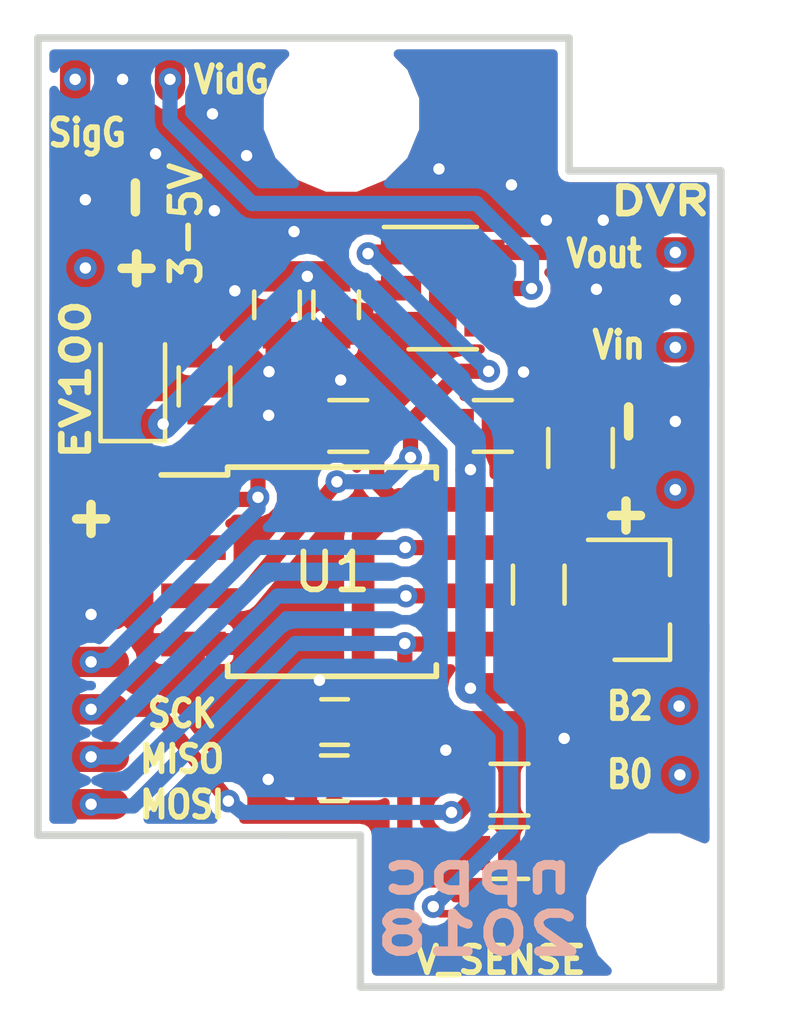
<source format=kicad_pcb>
(kicad_pcb (version 4) (host pcbnew 4.0.7)

  (general
    (links 44)
    (no_connects 0)
    (area 99.899999 79.899999 118.100001 105.100001)
    (thickness 0.8)
    (drawings 28)
    (tracks 251)
    (zones 0)
    (modules 24)
    (nets 18)
  )

  (page A4)
  (layers
    (0 F.Cu signal)
    (31 B.Cu signal)
    (32 B.Adhes user)
    (33 F.Adhes user)
    (34 B.Paste user)
    (35 F.Paste user)
    (36 B.SilkS user)
    (37 F.SilkS user)
    (38 B.Mask user)
    (39 F.Mask user)
    (40 Dwgs.User user)
    (41 Cmts.User user)
    (42 Eco1.User user)
    (43 Eco2.User user)
    (44 Edge.Cuts user)
    (45 Margin user)
    (46 B.CrtYd user)
    (47 F.CrtYd user)
    (48 B.Fab user)
    (49 F.Fab user)
  )

  (setup
    (last_trace_width 0.2)
    (user_trace_width 0.2)
    (user_trace_width 0.6)
    (user_trace_width 0.8)
    (trace_clearance 0.2)
    (zone_clearance 0.2)
    (zone_45_only no)
    (trace_min 0.2)
    (segment_width 0.2)
    (edge_width 0.2)
    (via_size 0.6)
    (via_drill 0.3)
    (via_min_size 0.4)
    (via_min_drill 0.3)
    (uvia_size 0.3)
    (uvia_drill 0.1)
    (uvias_allowed no)
    (uvia_min_size 0.2)
    (uvia_min_drill 0.1)
    (pcb_text_width 0.3)
    (pcb_text_size 1.5 1.5)
    (mod_edge_width 0.15)
    (mod_text_size 1 1)
    (mod_text_width 0.15)
    (pad_size 2.1 2.1)
    (pad_drill 2.1)
    (pad_to_mask_clearance 0.1)
    (aux_axis_origin 0 0)
    (visible_elements 7FFFFF7F)
    (pcbplotparams
      (layerselection 0x20000_00000001)
      (usegerberextensions false)
      (excludeedgelayer false)
      (linewidth 0.100000)
      (plotframeref false)
      (viasonmask false)
      (mode 1)
      (useauxorigin false)
      (hpglpennumber 1)
      (hpglpenspeed 20)
      (hpglpendiameter 15)
      (hpglpenoverlay 2)
      (psnegative false)
      (psa4output false)
      (plotreference false)
      (plotvalue false)
      (plotinvisibletext false)
      (padsonsilk false)
      (subtractmaskfromsilk false)
      (outputformat 4)
      (mirror false)
      (drillshape 1)
      (scaleselection 1)
      (outputdirectory ""))
  )

  (net 0 "")
  (net 1 GND)
  (net 2 VCC)
  (net 3 "Net-(R4-Pad2)")
  (net 4 /VID_SWITCH)
  (net 5 "Net-(J1-Pad1)")
  (net 6 /VID_SENSE)
  (net 7 "Net-(J3-Pad1)")
  (net 8 "Net-(J3-Pad3)")
  (net 9 /SCK)
  (net 10 /MISO)
  (net 11 /MOSI)
  (net 12 /RST)
  (net 13 "Net-(C5-Pad1)")
  (net 14 "Net-(Q1-Pad1)")
  (net 15 "Net-(D1-Pad2)")
  (net 16 /B2)
  (net 17 /B0)

  (net_class Default "This is the default net class."
    (clearance 0.2)
    (trace_width 0.4)
    (via_dia 0.6)
    (via_drill 0.3)
    (uvia_dia 0.3)
    (uvia_drill 0.1)
    (add_net /B0)
    (add_net /B2)
    (add_net /MISO)
    (add_net /MOSI)
    (add_net /RST)
    (add_net /SCK)
    (add_net /VID_SENSE)
    (add_net /VID_SWITCH)
    (add_net GND)
    (add_net "Net-(C5-Pad1)")
    (add_net "Net-(D1-Pad2)")
    (add_net "Net-(J1-Pad1)")
    (add_net "Net-(J3-Pad1)")
    (add_net "Net-(J3-Pad3)")
    (add_net "Net-(Q1-Pad1)")
    (add_net "Net-(R4-Pad2)")
    (add_net VCC)
  )

  (module Mounting_Holes:MountingHole_2.2mm_M2 (layer F.Cu) (tedit 5A5E0A42) (tstamp 5A5E1788)
    (at 108 82)
    (descr "Mounting Hole 2.2mm, no annular, M2")
    (tags "mounting hole 2.2mm no annular m2")
    (attr virtual)
    (fp_text reference REF** (at 0 -3.2) (layer F.SilkS) hide
      (effects (font (size 1 1) (thickness 0.15)))
    )
    (fp_text value MountingHole_2.2mm_M2 (at 0 3.2) (layer F.Fab) hide
      (effects (font (size 1 1) (thickness 0.15)))
    )
    (fp_text user %R (at 0.3 0) (layer F.Fab) hide
      (effects (font (size 1 1) (thickness 0.15)))
    )
    (fp_circle (center 0 0) (end 2.2 0) (layer Cmts.User) (width 0.15))
    (fp_circle (center 0 0) (end 2.45 0) (layer F.CrtYd) (width 0.05))
    (pad "" np_thru_hole circle (at 0 0) (size 2.1 2.1) (drill 2.1) (layers *.Cu *.Mask)
      (clearance 1))
  )

  (module TO_SOT_Packages_SMD:SOT-23-6 (layer F.Cu) (tedit 5A5D079D) (tstamp 5A5D0C0A)
    (at 110.67 86.59)
    (descr "6-pin SOT-23 package")
    (tags SOT-23-6)
    (path /5A5D0669)
    (attr smd)
    (fp_text reference U2 (at 0 -2.9) (layer F.SilkS) hide
      (effects (font (size 1 1) (thickness 0.15)))
    )
    (fp_text value MAX4624/5 (at 0 2.9) (layer F.Fab) hide
      (effects (font (size 1 1) (thickness 0.15)))
    )
    (fp_text user %R (at 0 0 90) (layer F.Fab)
      (effects (font (size 0.5 0.5) (thickness 0.075)))
    )
    (fp_line (start -0.9 1.61) (end 0.9 1.61) (layer F.SilkS) (width 0.12))
    (fp_line (start 0.9 -1.61) (end -1.55 -1.61) (layer F.SilkS) (width 0.12))
    (fp_line (start 1.9 -1.8) (end -1.9 -1.8) (layer F.CrtYd) (width 0.05))
    (fp_line (start 1.9 1.8) (end 1.9 -1.8) (layer F.CrtYd) (width 0.05))
    (fp_line (start -1.9 1.8) (end 1.9 1.8) (layer F.CrtYd) (width 0.05))
    (fp_line (start -1.9 -1.8) (end -1.9 1.8) (layer F.CrtYd) (width 0.05))
    (fp_line (start -0.9 -0.9) (end -0.25 -1.55) (layer F.Fab) (width 0.1))
    (fp_line (start 0.9 -1.55) (end -0.25 -1.55) (layer F.Fab) (width 0.1))
    (fp_line (start -0.9 -0.9) (end -0.9 1.55) (layer F.Fab) (width 0.1))
    (fp_line (start 0.9 1.55) (end -0.9 1.55) (layer F.Fab) (width 0.1))
    (fp_line (start 0.9 -1.55) (end 0.9 1.55) (layer F.Fab) (width 0.1))
    (pad 1 smd rect (at -1.1 -0.95) (size 1.06 0.65) (layers F.Cu F.Paste F.Mask)
      (net 4 /VID_SWITCH))
    (pad 2 smd rect (at -1.1 0) (size 1.06 0.65) (layers F.Cu F.Paste F.Mask)
      (net 2 VCC))
    (pad 3 smd rect (at -1.1 0.95) (size 1.06 0.65) (layers F.Cu F.Paste F.Mask)
      (net 1 GND))
    (pad 4 smd rect (at 1.1 0.95) (size 1.06 0.65) (layers F.Cu F.Paste F.Mask)
      (net 7 "Net-(J3-Pad1)"))
    (pad 6 smd rect (at 1.1 -0.95) (size 1.06 0.65) (layers F.Cu F.Paste F.Mask)
      (net 8 "Net-(J3-Pad3)"))
    (pad 5 smd rect (at 1.1 0) (size 1.06 0.65) (layers F.Cu F.Paste F.Mask)
      (net 5 "Net-(J1-Pad1)"))
    (model ${KISYS3DMOD}/TO_SOT_Packages_SMD.3dshapes/SOT-23-6.wrl
      (at (xyz 0 0 0))
      (scale (xyz 1 1 1))
      (rotate (xyz 0 0 0))
    )
  )

  (module Capacitors_SMD:C_0603 (layer F.Cu) (tedit 5A5D0930) (tstamp 5A5D0CCD)
    (at 107.82 98.02 180)
    (descr "Capacitor SMD 0603, reflow soldering, AVX (see smccp.pdf)")
    (tags "capacitor 0603")
    (path /5A5D0D9F)
    (attr smd)
    (fp_text reference C1 (at 0 -1.5 180) (layer F.SilkS) hide
      (effects (font (size 1 1) (thickness 0.15)))
    )
    (fp_text value 10uf (at 0 1.5 180) (layer F.Fab) hide
      (effects (font (size 1 1) (thickness 0.15)))
    )
    (fp_line (start 1.4 0.65) (end -1.4 0.65) (layer F.CrtYd) (width 0.05))
    (fp_line (start 1.4 0.65) (end 1.4 -0.65) (layer F.CrtYd) (width 0.05))
    (fp_line (start -1.4 -0.65) (end -1.4 0.65) (layer F.CrtYd) (width 0.05))
    (fp_line (start -1.4 -0.65) (end 1.4 -0.65) (layer F.CrtYd) (width 0.05))
    (fp_line (start 0.35 0.6) (end -0.35 0.6) (layer F.SilkS) (width 0.12))
    (fp_line (start -0.35 -0.6) (end 0.35 -0.6) (layer F.SilkS) (width 0.12))
    (fp_line (start -0.8 -0.4) (end 0.8 -0.4) (layer F.Fab) (width 0.1))
    (fp_line (start 0.8 -0.4) (end 0.8 0.4) (layer F.Fab) (width 0.1))
    (fp_line (start 0.8 0.4) (end -0.8 0.4) (layer F.Fab) (width 0.1))
    (fp_line (start -0.8 0.4) (end -0.8 -0.4) (layer F.Fab) (width 0.1))
    (fp_text user %R (at 0 0 180) (layer F.Fab)
      (effects (font (size 0.3 0.3) (thickness 0.075)))
    )
    (pad 2 smd rect (at 0.75 0 180) (size 0.8 0.75) (layers F.Cu F.Paste F.Mask)
      (net 1 GND))
    (pad 1 smd rect (at -0.75 0 180) (size 0.8 0.75) (layers F.Cu F.Paste F.Mask)
      (net 2 VCC))
    (model Capacitors_SMD.3dshapes/C_0603.wrl
      (at (xyz 0 0 0))
      (scale (xyz 1 1 1))
      (rotate (xyz 0 0 0))
    )
  )

  (module Capacitors_SMD:C_0603 (layer F.Cu) (tedit 5A5D0936) (tstamp 5A5D0CDE)
    (at 107.81 99.5 180)
    (descr "Capacitor SMD 0603, reflow soldering, AVX (see smccp.pdf)")
    (tags "capacitor 0603")
    (path /5A5D0C32)
    (attr smd)
    (fp_text reference C2 (at 0 -1.5 180) (layer F.SilkS) hide
      (effects (font (size 1 1) (thickness 0.15)))
    )
    (fp_text value 100n (at 0 1.5 180) (layer F.Fab) hide
      (effects (font (size 1 1) (thickness 0.15)))
    )
    (fp_line (start 1.4 0.65) (end -1.4 0.65) (layer F.CrtYd) (width 0.05))
    (fp_line (start 1.4 0.65) (end 1.4 -0.65) (layer F.CrtYd) (width 0.05))
    (fp_line (start -1.4 -0.65) (end -1.4 0.65) (layer F.CrtYd) (width 0.05))
    (fp_line (start -1.4 -0.65) (end 1.4 -0.65) (layer F.CrtYd) (width 0.05))
    (fp_line (start 0.35 0.6) (end -0.35 0.6) (layer F.SilkS) (width 0.12))
    (fp_line (start -0.35 -0.6) (end 0.35 -0.6) (layer F.SilkS) (width 0.12))
    (fp_line (start -0.8 -0.4) (end 0.8 -0.4) (layer F.Fab) (width 0.1))
    (fp_line (start 0.8 -0.4) (end 0.8 0.4) (layer F.Fab) (width 0.1))
    (fp_line (start 0.8 0.4) (end -0.8 0.4) (layer F.Fab) (width 0.1))
    (fp_line (start -0.8 0.4) (end -0.8 -0.4) (layer F.Fab) (width 0.1))
    (fp_text user %R (at 0 0 180) (layer F.Fab)
      (effects (font (size 0.3 0.3) (thickness 0.075)))
    )
    (pad 2 smd rect (at 0.75 0 180) (size 0.8 0.75) (layers F.Cu F.Paste F.Mask)
      (net 1 GND))
    (pad 1 smd rect (at -0.75 0 180) (size 0.8 0.75) (layers F.Cu F.Paste F.Mask)
      (net 2 VCC))
    (model Capacitors_SMD.3dshapes/C_0603.wrl
      (at (xyz 0 0 0))
      (scale (xyz 1 1 1))
      (rotate (xyz 0 0 0))
    )
  )

  (module Capacitors_SMD:C_0603 (layer F.Cu) (tedit 5A5D090F) (tstamp 5A5D0CEF)
    (at 107.86 87.03 270)
    (descr "Capacitor SMD 0603, reflow soldering, AVX (see smccp.pdf)")
    (tags "capacitor 0603")
    (path /5A5D0A7C)
    (attr smd)
    (fp_text reference C3 (at 0 -1.5 270) (layer F.SilkS) hide
      (effects (font (size 1 1) (thickness 0.15)))
    )
    (fp_text value 100n (at 0 1.5 270) (layer F.Fab) hide
      (effects (font (size 1 1) (thickness 0.15)))
    )
    (fp_line (start 1.4 0.65) (end -1.4 0.65) (layer F.CrtYd) (width 0.05))
    (fp_line (start 1.4 0.65) (end 1.4 -0.65) (layer F.CrtYd) (width 0.05))
    (fp_line (start -1.4 -0.65) (end -1.4 0.65) (layer F.CrtYd) (width 0.05))
    (fp_line (start -1.4 -0.65) (end 1.4 -0.65) (layer F.CrtYd) (width 0.05))
    (fp_line (start 0.35 0.6) (end -0.35 0.6) (layer F.SilkS) (width 0.12))
    (fp_line (start -0.35 -0.6) (end 0.35 -0.6) (layer F.SilkS) (width 0.12))
    (fp_line (start -0.8 -0.4) (end 0.8 -0.4) (layer F.Fab) (width 0.1))
    (fp_line (start 0.8 -0.4) (end 0.8 0.4) (layer F.Fab) (width 0.1))
    (fp_line (start 0.8 0.4) (end -0.8 0.4) (layer F.Fab) (width 0.1))
    (fp_line (start -0.8 0.4) (end -0.8 -0.4) (layer F.Fab) (width 0.1))
    (fp_text user %R (at 0 0 270) (layer F.Fab)
      (effects (font (size 0.3 0.3) (thickness 0.075)))
    )
    (pad 2 smd rect (at 0.75 0 270) (size 0.8 0.75) (layers F.Cu F.Paste F.Mask)
      (net 1 GND))
    (pad 1 smd rect (at -0.75 0 270) (size 0.8 0.75) (layers F.Cu F.Paste F.Mask)
      (net 2 VCC))
    (model Capacitors_SMD.3dshapes/C_0603.wrl
      (at (xyz 0 0 0))
      (scale (xyz 1 1 1))
      (rotate (xyz 0 0 0))
    )
  )

  (module Capacitors_SMD:C_0603 (layer F.Cu) (tedit 5A5D091A) (tstamp 5A5D0D00)
    (at 106.3 87.03 270)
    (descr "Capacitor SMD 0603, reflow soldering, AVX (see smccp.pdf)")
    (tags "capacitor 0603")
    (path /5A5D096B)
    (attr smd)
    (fp_text reference C4 (at 0 -1.5 270) (layer F.SilkS) hide
      (effects (font (size 1 1) (thickness 0.15)))
    )
    (fp_text value 10n (at 0 1.5 270) (layer F.Fab) hide
      (effects (font (size 1 1) (thickness 0.15)))
    )
    (fp_line (start 1.4 0.65) (end -1.4 0.65) (layer F.CrtYd) (width 0.05))
    (fp_line (start 1.4 0.65) (end 1.4 -0.65) (layer F.CrtYd) (width 0.05))
    (fp_line (start -1.4 -0.65) (end -1.4 0.65) (layer F.CrtYd) (width 0.05))
    (fp_line (start -1.4 -0.65) (end 1.4 -0.65) (layer F.CrtYd) (width 0.05))
    (fp_line (start 0.35 0.6) (end -0.35 0.6) (layer F.SilkS) (width 0.12))
    (fp_line (start -0.35 -0.6) (end 0.35 -0.6) (layer F.SilkS) (width 0.12))
    (fp_line (start -0.8 -0.4) (end 0.8 -0.4) (layer F.Fab) (width 0.1))
    (fp_line (start 0.8 -0.4) (end 0.8 0.4) (layer F.Fab) (width 0.1))
    (fp_line (start 0.8 0.4) (end -0.8 0.4) (layer F.Fab) (width 0.1))
    (fp_line (start -0.8 0.4) (end -0.8 -0.4) (layer F.Fab) (width 0.1))
    (fp_text user %R (at 0 0 270) (layer F.Fab)
      (effects (font (size 0.3 0.3) (thickness 0.075)))
    )
    (pad 2 smd rect (at 0.75 0 270) (size 0.8 0.75) (layers F.Cu F.Paste F.Mask)
      (net 1 GND))
    (pad 1 smd rect (at -0.75 0 270) (size 0.8 0.75) (layers F.Cu F.Paste F.Mask)
      (net 2 VCC))
    (model Capacitors_SMD.3dshapes/C_0603.wrl
      (at (xyz 0 0 0))
      (scale (xyz 1 1 1))
      (rotate (xyz 0 0 0))
    )
  )

  (module Resistors_SMD:R_0603 (layer F.Cu) (tedit 5A5E00A2) (tstamp 5A5E006E)
    (at 112.42 101.47 180)
    (descr "Resistor SMD 0603, reflow soldering, Vishay (see dcrcw.pdf)")
    (tags "resistor 0603")
    (path /5A5E06DD)
    (attr smd)
    (fp_text reference R1 (at 0 -1.45 180) (layer F.SilkS) hide
      (effects (font (size 1 1) (thickness 0.15)))
    )
    (fp_text value 100 (at 0 1.5 180) (layer F.Fab) hide
      (effects (font (size 1 1) (thickness 0.15)))
    )
    (fp_text user %R (at 0 0 180) (layer F.Fab)
      (effects (font (size 0.4 0.4) (thickness 0.075)))
    )
    (fp_line (start -0.8 0.4) (end -0.8 -0.4) (layer F.Fab) (width 0.1))
    (fp_line (start 0.8 0.4) (end -0.8 0.4) (layer F.Fab) (width 0.1))
    (fp_line (start 0.8 -0.4) (end 0.8 0.4) (layer F.Fab) (width 0.1))
    (fp_line (start -0.8 -0.4) (end 0.8 -0.4) (layer F.Fab) (width 0.1))
    (fp_line (start 0.5 0.68) (end -0.5 0.68) (layer F.SilkS) (width 0.12))
    (fp_line (start -0.5 -0.68) (end 0.5 -0.68) (layer F.SilkS) (width 0.12))
    (fp_line (start -1.25 -0.7) (end 1.25 -0.7) (layer F.CrtYd) (width 0.05))
    (fp_line (start -1.25 -0.7) (end -1.25 0.7) (layer F.CrtYd) (width 0.05))
    (fp_line (start 1.25 0.7) (end 1.25 -0.7) (layer F.CrtYd) (width 0.05))
    (fp_line (start 1.25 0.7) (end -1.25 0.7) (layer F.CrtYd) (width 0.05))
    (pad 1 smd rect (at -0.75 0 180) (size 0.5 0.9) (layers F.Cu F.Paste F.Mask)
      (net 17 /B0))
    (pad 2 smd rect (at 0.75 0 180) (size 0.5 0.9) (layers F.Cu F.Paste F.Mask)
      (net 11 /MOSI))
    (model ${KISYS3DMOD}/Resistors_SMD.3dshapes/R_0603.wrl
      (at (xyz 0 0 0))
      (scale (xyz 1 1 1))
      (rotate (xyz 0 0 0))
    )
  )

  (module Resistors_SMD:R_0603 (layer F.Cu) (tedit 5A5E009C) (tstamp 5A5E0090)
    (at 112.43 99.8 180)
    (descr "Resistor SMD 0603, reflow soldering, Vishay (see dcrcw.pdf)")
    (tags "resistor 0603")
    (path /5A5E0924)
    (attr smd)
    (fp_text reference R3 (at 0 -1.45 180) (layer F.SilkS) hide
      (effects (font (size 1 1) (thickness 0.15)))
    )
    (fp_text value 100 (at 0 1.5 180) (layer F.Fab) hide
      (effects (font (size 1 1) (thickness 0.15)))
    )
    (fp_text user %R (at 0 0 180) (layer F.Fab)
      (effects (font (size 0.4 0.4) (thickness 0.075)))
    )
    (fp_line (start -0.8 0.4) (end -0.8 -0.4) (layer F.Fab) (width 0.1))
    (fp_line (start 0.8 0.4) (end -0.8 0.4) (layer F.Fab) (width 0.1))
    (fp_line (start 0.8 -0.4) (end 0.8 0.4) (layer F.Fab) (width 0.1))
    (fp_line (start -0.8 -0.4) (end 0.8 -0.4) (layer F.Fab) (width 0.1))
    (fp_line (start 0.5 0.68) (end -0.5 0.68) (layer F.SilkS) (width 0.12))
    (fp_line (start -0.5 -0.68) (end 0.5 -0.68) (layer F.SilkS) (width 0.12))
    (fp_line (start -1.25 -0.7) (end 1.25 -0.7) (layer F.CrtYd) (width 0.05))
    (fp_line (start -1.25 -0.7) (end -1.25 0.7) (layer F.CrtYd) (width 0.05))
    (fp_line (start 1.25 0.7) (end 1.25 -0.7) (layer F.CrtYd) (width 0.05))
    (fp_line (start 1.25 0.7) (end -1.25 0.7) (layer F.CrtYd) (width 0.05))
    (pad 1 smd rect (at -0.75 0 180) (size 0.5 0.9) (layers F.Cu F.Paste F.Mask)
      (net 16 /B2))
    (pad 2 smd rect (at 0.75 0 180) (size 0.5 0.9) (layers F.Cu F.Paste F.Mask)
      (net 9 /SCK))
    (model ${KISYS3DMOD}/Resistors_SMD.3dshapes/R_0603.wrl
      (at (xyz 0 0 0))
      (scale (xyz 1 1 1))
      (rotate (xyz 0 0 0))
    )
  )

  (module Resistors_SMD:R_0603 (layer F.Cu) (tedit 5A5E00A5) (tstamp 5A5E00A1)
    (at 104.39 89.18 270)
    (descr "Resistor SMD 0603, reflow soldering, Vishay (see dcrcw.pdf)")
    (tags "resistor 0603")
    (path /5A5E1017)
    (attr smd)
    (fp_text reference R4 (at 0 -1.45 270) (layer F.SilkS) hide
      (effects (font (size 1 1) (thickness 0.15)))
    )
    (fp_text value 100 (at 0 1.5 270) (layer F.Fab) hide
      (effects (font (size 1 1) (thickness 0.15)))
    )
    (fp_text user %R (at 0 0 270) (layer F.Fab)
      (effects (font (size 0.4 0.4) (thickness 0.075)))
    )
    (fp_line (start -0.8 0.4) (end -0.8 -0.4) (layer F.Fab) (width 0.1))
    (fp_line (start 0.8 0.4) (end -0.8 0.4) (layer F.Fab) (width 0.1))
    (fp_line (start 0.8 -0.4) (end 0.8 0.4) (layer F.Fab) (width 0.1))
    (fp_line (start -0.8 -0.4) (end 0.8 -0.4) (layer F.Fab) (width 0.1))
    (fp_line (start 0.5 0.68) (end -0.5 0.68) (layer F.SilkS) (width 0.12))
    (fp_line (start -0.5 -0.68) (end 0.5 -0.68) (layer F.SilkS) (width 0.12))
    (fp_line (start -1.25 -0.7) (end 1.25 -0.7) (layer F.CrtYd) (width 0.05))
    (fp_line (start -1.25 -0.7) (end -1.25 0.7) (layer F.CrtYd) (width 0.05))
    (fp_line (start 1.25 0.7) (end 1.25 -0.7) (layer F.CrtYd) (width 0.05))
    (fp_line (start 1.25 0.7) (end -1.25 0.7) (layer F.CrtYd) (width 0.05))
    (pad 1 smd rect (at -0.75 0 270) (size 0.5 0.9) (layers F.Cu F.Paste F.Mask)
      (net 6 /VID_SENSE))
    (pad 2 smd rect (at 0.75 0 270) (size 0.5 0.9) (layers F.Cu F.Paste F.Mask)
      (net 3 "Net-(R4-Pad2)"))
    (model ${KISYS3DMOD}/Resistors_SMD.3dshapes/R_0603.wrl
      (at (xyz 0 0 0))
      (scale (xyz 1 1 1))
      (rotate (xyz 0 0 0))
    )
  )

  (module Resistors_SMD:R_0603 (layer F.Cu) (tedit 5A5E004B) (tstamp 5A5E00B2)
    (at 108.18 90.22 180)
    (descr "Resistor SMD 0603, reflow soldering, Vishay (see dcrcw.pdf)")
    (tags "resistor 0603")
    (path /5A5E024F)
    (attr smd)
    (fp_text reference R5 (at 0 -1.45 180) (layer F.SilkS) hide
      (effects (font (size 1 1) (thickness 0.15)))
    )
    (fp_text value 10K (at 0 1.5 180) (layer F.Fab) hide
      (effects (font (size 1 1) (thickness 0.15)))
    )
    (fp_text user %R (at 0 0 180) (layer F.Fab)
      (effects (font (size 0.4 0.4) (thickness 0.075)))
    )
    (fp_line (start -0.8 0.4) (end -0.8 -0.4) (layer F.Fab) (width 0.1))
    (fp_line (start 0.8 0.4) (end -0.8 0.4) (layer F.Fab) (width 0.1))
    (fp_line (start 0.8 -0.4) (end 0.8 0.4) (layer F.Fab) (width 0.1))
    (fp_line (start -0.8 -0.4) (end 0.8 -0.4) (layer F.Fab) (width 0.1))
    (fp_line (start 0.5 0.68) (end -0.5 0.68) (layer F.SilkS) (width 0.12))
    (fp_line (start -0.5 -0.68) (end 0.5 -0.68) (layer F.SilkS) (width 0.12))
    (fp_line (start -1.25 -0.7) (end 1.25 -0.7) (layer F.CrtYd) (width 0.05))
    (fp_line (start -1.25 -0.7) (end -1.25 0.7) (layer F.CrtYd) (width 0.05))
    (fp_line (start 1.25 0.7) (end 1.25 -0.7) (layer F.CrtYd) (width 0.05))
    (fp_line (start 1.25 0.7) (end -1.25 0.7) (layer F.CrtYd) (width 0.05))
    (pad 1 smd rect (at -0.75 0 180) (size 0.5 0.9) (layers F.Cu F.Paste F.Mask)
      (net 2 VCC))
    (pad 2 smd rect (at 0.75 0 180) (size 0.5 0.9) (layers F.Cu F.Paste F.Mask)
      (net 12 /RST))
    (model ${KISYS3DMOD}/Resistors_SMD.3dshapes/R_0603.wrl
      (at (xyz 0 0 0))
      (scale (xyz 1 1 1))
      (rotate (xyz 0 0 0))
    )
  )

  (module Housings_SOIC:SOIJ-8_5.3x5.3mm_Pitch1.27mm (layer F.Cu) (tedit 5A5E0068) (tstamp 5A5E00CF)
    (at 107.75 94.06)
    (descr "8-Lead Plastic Small Outline (SM) - Medium, 5.28 mm Body [SOIC] (see Microchip Packaging Specification 00000049BS.pdf)")
    (tags "SOIC 1.27")
    (path /5A5DF99E)
    (attr smd)
    (fp_text reference U1 (at 0.01 0.01) (layer F.SilkS)
      (effects (font (size 1 1) (thickness 0.15)))
    )
    (fp_text value ATTINY15-1SC (at 0 3.68) (layer F.Fab) hide
      (effects (font (size 1 1) (thickness 0.15)))
    )
    (fp_text user %R (at 0 0) (layer F.Fab)
      (effects (font (size 1 1) (thickness 0.15)))
    )
    (fp_line (start -1.65 -2.65) (end 2.65 -2.65) (layer F.Fab) (width 0.15))
    (fp_line (start 2.65 -2.65) (end 2.65 2.65) (layer F.Fab) (width 0.15))
    (fp_line (start 2.65 2.65) (end -2.65 2.65) (layer F.Fab) (width 0.15))
    (fp_line (start -2.65 2.65) (end -2.65 -1.65) (layer F.Fab) (width 0.15))
    (fp_line (start -2.65 -1.65) (end -1.65 -2.65) (layer F.Fab) (width 0.15))
    (fp_line (start -4.75 -2.95) (end -4.75 2.95) (layer F.CrtYd) (width 0.05))
    (fp_line (start 4.75 -2.95) (end 4.75 2.95) (layer F.CrtYd) (width 0.05))
    (fp_line (start -4.75 -2.95) (end 4.75 -2.95) (layer F.CrtYd) (width 0.05))
    (fp_line (start -4.75 2.95) (end 4.75 2.95) (layer F.CrtYd) (width 0.05))
    (fp_line (start -2.75 -2.755) (end -2.75 -2.55) (layer F.SilkS) (width 0.15))
    (fp_line (start 2.75 -2.755) (end 2.75 -2.455) (layer F.SilkS) (width 0.15))
    (fp_line (start 2.75 2.755) (end 2.75 2.455) (layer F.SilkS) (width 0.15))
    (fp_line (start -2.75 2.755) (end -2.75 2.455) (layer F.SilkS) (width 0.15))
    (fp_line (start -2.75 -2.755) (end 2.75 -2.755) (layer F.SilkS) (width 0.15))
    (fp_line (start -2.75 2.755) (end 2.75 2.755) (layer F.SilkS) (width 0.15))
    (fp_line (start -2.75 -2.55) (end -4.5 -2.55) (layer F.SilkS) (width 0.15))
    (pad 1 smd rect (at -3.65 -1.905) (size 1.7 0.65) (layers F.Cu F.Paste F.Mask)
      (net 12 /RST))
    (pad 2 smd rect (at -3.65 -0.635) (size 1.7 0.65) (layers F.Cu F.Paste F.Mask)
      (net 3 "Net-(R4-Pad2)"))
    (pad 3 smd rect (at -3.65 0.635) (size 1.7 0.65) (layers F.Cu F.Paste F.Mask)
      (net 4 /VID_SWITCH))
    (pad 4 smd rect (at -3.65 1.905) (size 1.7 0.65) (layers F.Cu F.Paste F.Mask)
      (net 1 GND))
    (pad 5 smd rect (at 3.65 1.905) (size 1.7 0.65) (layers F.Cu F.Paste F.Mask)
      (net 11 /MOSI))
    (pad 6 smd rect (at 3.65 0.635) (size 1.7 0.65) (layers F.Cu F.Paste F.Mask)
      (net 10 /MISO))
    (pad 7 smd rect (at 3.65 -0.635) (size 1.7 0.65) (layers F.Cu F.Paste F.Mask)
      (net 9 /SCK))
    (pad 8 smd rect (at 3.65 -1.905) (size 1.7 0.65) (layers F.Cu F.Paste F.Mask)
      (net 2 VCC))
    (model ${KISYS3DMOD}/Housings_SOIC.3dshapes/SOIJ-8_5.3x5.3mm_Pitch1.27mm.wrl
      (at (xyz 0 0 0))
      (scale (xyz 1 1 1))
      (rotate (xyz 0 0 0))
    )
  )

  (module KiCadCustomLibs:USB_3_PADS (layer F.Cu) (tedit 5A5E0461) (tstamp 5A5E0E7B)
    (at 102.23 81.09 180)
    (path /5A5E1A51)
    (fp_text reference J1 (at 0.3 1.6 180) (layer F.SilkS) hide
      (effects (font (size 1 1) (thickness 0.15)))
    )
    (fp_text value EV100 (at 0.1 -1.6 180) (layer F.Fab) hide
      (effects (font (size 1 1) (thickness 0.15)))
    )
    (pad 1 smd oval (at -1.25 0 180) (size 0.8 1.2) (layers F.Cu F.Paste F.Mask)
      (net 5 "Net-(J1-Pad1)"))
    (pad 2 smd rect (at 0 0 180) (size 0.8 1.2) (layers F.Cu F.Paste F.Mask)
      (net 1 GND))
    (pad 3 smd rect (at 1.25 0 180) (size 0.8 1.2) (layers F.Cu F.Paste F.Mask)
      (net 6 /VID_SENSE))
  )

  (module KiCadCustomLibs:USB_3_PADS (layer F.Cu) (tedit 5A5E042A) (tstamp 5A5E0E89)
    (at 116.8 86.9 90)
    (path /5A5E1EB7)
    (fp_text reference J3 (at 0.3 1.6 90) (layer F.SilkS) hide
      (effects (font (size 1 1) (thickness 0.15)))
    )
    (fp_text value DVR_VIDEO (at 0.1 -1.6 90) (layer F.Fab) hide
      (effects (font (size 1 1) (thickness 0.15)))
    )
    (pad 1 smd oval (at -1.25 0 90) (size 0.8 1.2) (layers F.Cu F.Paste F.Mask)
      (net 7 "Net-(J3-Pad1)"))
    (pad 2 smd rect (at 0 0 90) (size 0.8 1.2) (layers F.Cu F.Paste F.Mask)
      (net 1 GND))
    (pad 3 smd rect (at 1.25 0 90) (size 0.8 1.2) (layers F.Cu F.Paste F.Mask)
      (net 8 "Net-(J3-Pad3)"))
  )

  (module KiCadCustomLibs:POWER2PIN (layer F.Cu) (tedit 5A5E0466) (tstamp 5A5E0E8F)
    (at 101.25 85.16 90)
    (path /5A5E26FC)
    (fp_text reference J4 (at 0.1 1.8 90) (layer F.SilkS) hide
      (effects (font (size 1 1) (thickness 0.15)))
    )
    (fp_text value PWR (at 0.3 -1.6 90) (layer F.Fab) hide
      (effects (font (size 1 1) (thickness 0.15)))
    )
    (pad 1 smd rect (at -0.9 0 90) (size 1.2 1.2) (layers F.Cu F.Paste F.Mask)
      (net 15 "Net-(D1-Pad2)"))
    (pad 2 smd rect (at 0.9 0 90) (size 1.2 1.2) (layers F.Cu F.Paste F.Mask)
      (net 1 GND))
  )

  (module KiCadCustomLibs:POWER2PIN (layer F.Cu) (tedit 5A5E0441) (tstamp 5A5E0E95)
    (at 116.8 91 90)
    (path /5A5E27E5)
    (fp_text reference J5 (at 0.1 1.8 90) (layer F.SilkS) hide
      (effects (font (size 1 1) (thickness 0.15)))
    )
    (fp_text value PWR_DVR (at 0.3 -1.6 90) (layer F.Fab) hide
      (effects (font (size 1 1) (thickness 0.15)))
    )
    (pad 1 smd rect (at -0.9 0 90) (size 1.2 1.2) (layers F.Cu F.Paste F.Mask)
      (net 13 "Net-(C5-Pad1)"))
    (pad 2 smd rect (at 0.9 0 90) (size 1.2 1.2) (layers F.Cu F.Paste F.Mask)
      (net 1 GND))
  )

  (module KiCadCustomLibs:Pads_prog_6pin1.25mm (layer F.Cu) (tedit 5A5E082B) (tstamp 5A5E13B2)
    (at 101.4 97.06 90)
    (path /5A5E345E)
    (fp_text reference J6 (at 0.5 2 90) (layer F.SilkS) hide
      (effects (font (size 1 1) (thickness 0.15)))
    )
    (fp_text value PROG (at 0 -2.25 90) (layer F.Fab) hide
      (effects (font (size 1 1) (thickness 0.15)))
    )
    (pad 6 smd oval (at 3.125 0 90) (size 0.8 2) (layers F.Cu F.Paste F.Mask)
      (net 2 VCC))
    (pad 1 smd oval (at -3.125 0 90) (size 0.8 2) (layers F.Cu F.Paste F.Mask)
      (net 11 /MOSI))
    (pad 5 smd oval (at 1.875 0 90) (size 0.8 2) (layers F.Cu F.Paste F.Mask)
      (net 1 GND))
    (pad 2 smd oval (at -1.875 0 90) (size 0.8 2) (layers F.Cu F.Paste F.Mask)
      (net 10 /MISO))
    (pad 3 smd oval (at -0.625 0 90) (size 0.8 2) (layers F.Cu F.Paste F.Mask)
      (net 9 /SCK))
    (pad 4 smd oval (at 0.625 0 90) (size 0.8 2) (layers F.Cu F.Paste F.Mask)
      (net 12 /RST))
  )

  (module Mounting_Holes:MountingHole_2.2mm_M2 (layer F.Cu) (tedit 5A5E0A4E) (tstamp 5A5E1762)
    (at 116.5 103)
    (descr "Mounting Hole 2.2mm, no annular, M2")
    (tags "mounting hole 2.2mm no annular m2")
    (attr virtual)
    (fp_text reference REF** (at 0 -3.2) (layer F.SilkS) hide
      (effects (font (size 1 1) (thickness 0.15)))
    )
    (fp_text value MountingHole_2.2mm_M2 (at 0 3.2) (layer F.Fab) hide
      (effects (font (size 1 1) (thickness 0.15)))
    )
    (fp_text user %R (at 0.3 0) (layer F.Fab) hide
      (effects (font (size 1 1) (thickness 0.15)))
    )
    (fp_circle (center 0 0) (end 2.2 0) (layer Cmts.User) (width 0.15))
    (fp_circle (center 0 0) (end 2.45 0) (layer F.CrtYd) (width 0.05))
    (pad "" np_thru_hole circle (at 0 0) (size 2.1 2.1) (drill 2.1) (layers *.Cu *.Mask)
      (clearance 1))
  )

  (module Capacitors_SMD:C_0805 (layer F.Cu) (tedit 5A5E1569) (tstamp 5A5E1A1F)
    (at 114.3 90.8 90)
    (descr "Capacitor SMD 0805, reflow soldering, AVX (see smccp.pdf)")
    (tags "capacitor 0805")
    (path /5A5E4520)
    (attr smd)
    (fp_text reference C5 (at 0 -1.5 90) (layer F.SilkS) hide
      (effects (font (size 1 1) (thickness 0.15)))
    )
    (fp_text value 22uf (at 0 1.75 90) (layer F.Fab) hide
      (effects (font (size 1 1) (thickness 0.15)))
    )
    (fp_text user %R (at 0 -1.5 90) (layer F.Fab) hide
      (effects (font (size 1 1) (thickness 0.15)))
    )
    (fp_line (start -1 0.62) (end -1 -0.62) (layer F.Fab) (width 0.1))
    (fp_line (start 1 0.62) (end -1 0.62) (layer F.Fab) (width 0.1))
    (fp_line (start 1 -0.62) (end 1 0.62) (layer F.Fab) (width 0.1))
    (fp_line (start -1 -0.62) (end 1 -0.62) (layer F.Fab) (width 0.1))
    (fp_line (start 0.5 -0.85) (end -0.5 -0.85) (layer F.SilkS) (width 0.12))
    (fp_line (start -0.5 0.85) (end 0.5 0.85) (layer F.SilkS) (width 0.12))
    (fp_line (start -1.75 -0.88) (end 1.75 -0.88) (layer F.CrtYd) (width 0.05))
    (fp_line (start -1.75 -0.88) (end -1.75 0.87) (layer F.CrtYd) (width 0.05))
    (fp_line (start 1.75 0.87) (end 1.75 -0.88) (layer F.CrtYd) (width 0.05))
    (fp_line (start 1.75 0.87) (end -1.75 0.87) (layer F.CrtYd) (width 0.05))
    (pad 1 smd rect (at -1 0 90) (size 1 1.25) (layers F.Cu F.Paste F.Mask)
      (net 13 "Net-(C5-Pad1)"))
    (pad 2 smd rect (at 1 0 90) (size 1 1.25) (layers F.Cu F.Paste F.Mask)
      (net 1 GND))
    (model Capacitors_SMD.3dshapes/C_0805.wrl
      (at (xyz 0 0 0))
      (scale (xyz 1 1 1))
      (rotate (xyz 0 0 0))
    )
  )

  (module KiCadCustomLibs:POWER2PIN (layer F.Cu) (tedit 5AB389E5) (tstamp 5AB38F20)
    (at 116.9 98.5 270)
    (path /5AB3A48B)
    (fp_text reference J2 (at 0.16 -3.76 270) (layer F.SilkS) hide
      (effects (font (size 1 1) (thickness 0.15)))
    )
    (fp_text value Buttons (at 0.3 -1.6 270) (layer F.Fab) hide
      (effects (font (size 1 1) (thickness 0.15)))
    )
    (pad 1 smd rect (at -0.9 0 270) (size 1.2 1.2) (layers F.Cu F.Paste F.Mask)
      (net 16 /B2))
    (pad 2 smd rect (at 0.9 0 270) (size 1.2 1.2) (layers F.Cu F.Paste F.Mask)
      (net 17 /B0))
  )

  (module TO_SOT_Packages_SMD:SOT-23 (layer F.Cu) (tedit 5AB38A4F) (tstamp 5AB38F35)
    (at 115.9 94.8)
    (descr "SOT-23, Standard")
    (tags SOT-23)
    (path /5AB38B13)
    (attr smd)
    (fp_text reference Q1 (at 0 -2.5) (layer F.SilkS) hide
      (effects (font (size 1 1) (thickness 0.15)))
    )
    (fp_text value "AO3415 (P)" (at 0 2.5) (layer F.Fab) hide
      (effects (font (size 1 1) (thickness 0.15)))
    )
    (fp_text user %R (at 0 0 90) (layer F.Fab)
      (effects (font (size 0.5 0.5) (thickness 0.075)))
    )
    (fp_line (start -0.7 -0.95) (end -0.7 1.5) (layer F.Fab) (width 0.1))
    (fp_line (start -0.15 -1.52) (end 0.7 -1.52) (layer F.Fab) (width 0.1))
    (fp_line (start -0.7 -0.95) (end -0.15 -1.52) (layer F.Fab) (width 0.1))
    (fp_line (start 0.7 -1.52) (end 0.7 1.52) (layer F.Fab) (width 0.1))
    (fp_line (start -0.7 1.52) (end 0.7 1.52) (layer F.Fab) (width 0.1))
    (fp_line (start 0.76 1.58) (end 0.76 0.65) (layer F.SilkS) (width 0.12))
    (fp_line (start 0.76 -1.58) (end 0.76 -0.65) (layer F.SilkS) (width 0.12))
    (fp_line (start -1.7 -1.75) (end 1.7 -1.75) (layer F.CrtYd) (width 0.05))
    (fp_line (start 1.7 -1.75) (end 1.7 1.75) (layer F.CrtYd) (width 0.05))
    (fp_line (start 1.7 1.75) (end -1.7 1.75) (layer F.CrtYd) (width 0.05))
    (fp_line (start -1.7 1.75) (end -1.7 -1.75) (layer F.CrtYd) (width 0.05))
    (fp_line (start 0.76 -1.58) (end -1.4 -1.58) (layer F.SilkS) (width 0.12))
    (fp_line (start 0.76 1.58) (end -0.7 1.58) (layer F.SilkS) (width 0.12))
    (pad 1 smd rect (at -1 -0.95) (size 0.9 0.8) (layers F.Cu F.Paste F.Mask)
      (net 14 "Net-(Q1-Pad1)"))
    (pad 2 smd rect (at -1 0.95) (size 0.9 0.8) (layers F.Cu F.Paste F.Mask)
      (net 2 VCC))
    (pad 3 smd rect (at 1 0) (size 0.9 0.8) (layers F.Cu F.Paste F.Mask)
      (net 13 "Net-(C5-Pad1)"))
    (model ${KISYS3DMOD}/TO_SOT_Packages_SMD.3dshapes/SOT-23.wrl
      (at (xyz 0 0 0))
      (scale (xyz 1 1 1))
      (rotate (xyz 0 0 0))
    )
  )

  (module Resistors_SMD:R_0603 (layer F.Cu) (tedit 5AB38BC7) (tstamp 5AB38F46)
    (at 111.99 90.22)
    (descr "Resistor SMD 0603, reflow soldering, Vishay (see dcrcw.pdf)")
    (tags "resistor 0603")
    (path /5AB39441)
    (attr smd)
    (fp_text reference R2 (at 0 -1.45) (layer F.SilkS) hide
      (effects (font (size 1 1) (thickness 0.15)))
    )
    (fp_text value 100K (at 0 1.5) (layer F.Fab) hide
      (effects (font (size 1 1) (thickness 0.15)))
    )
    (fp_text user %R (at 0 0) (layer F.Fab)
      (effects (font (size 0.4 0.4) (thickness 0.075)))
    )
    (fp_line (start -0.8 0.4) (end -0.8 -0.4) (layer F.Fab) (width 0.1))
    (fp_line (start 0.8 0.4) (end -0.8 0.4) (layer F.Fab) (width 0.1))
    (fp_line (start 0.8 -0.4) (end 0.8 0.4) (layer F.Fab) (width 0.1))
    (fp_line (start -0.8 -0.4) (end 0.8 -0.4) (layer F.Fab) (width 0.1))
    (fp_line (start 0.5 0.68) (end -0.5 0.68) (layer F.SilkS) (width 0.12))
    (fp_line (start -0.5 -0.68) (end 0.5 -0.68) (layer F.SilkS) (width 0.12))
    (fp_line (start -1.25 -0.7) (end 1.25 -0.7) (layer F.CrtYd) (width 0.05))
    (fp_line (start -1.25 -0.7) (end -1.25 0.7) (layer F.CrtYd) (width 0.05))
    (fp_line (start 1.25 0.7) (end 1.25 -0.7) (layer F.CrtYd) (width 0.05))
    (fp_line (start 1.25 0.7) (end -1.25 0.7) (layer F.CrtYd) (width 0.05))
    (pad 1 smd rect (at -0.75 0) (size 0.5 0.9) (layers F.Cu F.Paste F.Mask)
      (net 2 VCC))
    (pad 2 smd rect (at 0.75 0) (size 0.5 0.9) (layers F.Cu F.Paste F.Mask)
      (net 14 "Net-(Q1-Pad1)"))
    (model ${KISYS3DMOD}/Resistors_SMD.3dshapes/R_0603.wrl
      (at (xyz 0 0 0))
      (scale (xyz 1 1 1))
      (rotate (xyz 0 0 0))
    )
  )

  (module Resistors_SMD:R_0603 (layer F.Cu) (tedit 5AB39C57) (tstamp 5AB38F57)
    (at 113.2 94.4 90)
    (descr "Resistor SMD 0603, reflow soldering, Vishay (see dcrcw.pdf)")
    (tags "resistor 0603")
    (path /5AB37F1B)
    (attr smd)
    (fp_text reference R6 (at 0 -1.45 90) (layer F.SilkS) hide
      (effects (font (size 1 1) (thickness 0.15)))
    )
    (fp_text value 1K (at 0 1.5 90) (layer F.Fab) hide
      (effects (font (size 1 1) (thickness 0.15)))
    )
    (fp_text user %R (at 0 0 90) (layer F.Fab)
      (effects (font (size 0.4 0.4) (thickness 0.075)))
    )
    (fp_line (start -0.8 0.4) (end -0.8 -0.4) (layer F.Fab) (width 0.1))
    (fp_line (start 0.8 0.4) (end -0.8 0.4) (layer F.Fab) (width 0.1))
    (fp_line (start 0.8 -0.4) (end 0.8 0.4) (layer F.Fab) (width 0.1))
    (fp_line (start -0.8 -0.4) (end 0.8 -0.4) (layer F.Fab) (width 0.1))
    (fp_line (start 0.5 0.68) (end -0.5 0.68) (layer F.SilkS) (width 0.12))
    (fp_line (start -0.5 -0.68) (end 0.5 -0.68) (layer F.SilkS) (width 0.12))
    (fp_line (start -1.25 -0.7) (end 1.25 -0.7) (layer F.CrtYd) (width 0.05))
    (fp_line (start -1.25 -0.7) (end -1.25 0.7) (layer F.CrtYd) (width 0.05))
    (fp_line (start 1.25 0.7) (end 1.25 -0.7) (layer F.CrtYd) (width 0.05))
    (fp_line (start 1.25 0.7) (end -1.25 0.7) (layer F.CrtYd) (width 0.05))
    (pad 1 smd rect (at -0.75 0 90) (size 0.5 0.9) (layers F.Cu F.Paste F.Mask)
      (net 10 /MISO))
    (pad 2 smd rect (at 0.75 0 90) (size 0.5 0.9) (layers F.Cu F.Paste F.Mask)
      (net 14 "Net-(Q1-Pad1)"))
    (model ${KISYS3DMOD}/Resistors_SMD.3dshapes/R_0603.wrl
      (at (xyz 0 0 0))
      (scale (xyz 1 1 1))
      (rotate (xyz 0 0 0))
    )
  )

  (module Diodes_SMD:D_SOD-323 (layer F.Cu) (tedit 5AB3AA99) (tstamp 5AB3A953)
    (at 102.5 89.12 90)
    (descr SOD-323)
    (tags SOD-323)
    (path /5AB3C38E)
    (attr smd)
    (fp_text reference D1 (at 0 -1.85 90) (layer F.SilkS) hide
      (effects (font (size 1 1) (thickness 0.15)))
    )
    (fp_text value B5819WS (at 0.1 1.9 90) (layer F.Fab) hide
      (effects (font (size 1 1) (thickness 0.15)))
    )
    (fp_text user %R (at 0 -1.85 90) (layer F.Fab) hide
      (effects (font (size 1 1) (thickness 0.15)))
    )
    (fp_line (start -1.5 -0.85) (end -1.5 0.85) (layer F.SilkS) (width 0.12))
    (fp_line (start 0.2 0) (end 0.45 0) (layer F.Fab) (width 0.1))
    (fp_line (start 0.2 0.35) (end -0.3 0) (layer F.Fab) (width 0.1))
    (fp_line (start 0.2 -0.35) (end 0.2 0.35) (layer F.Fab) (width 0.1))
    (fp_line (start -0.3 0) (end 0.2 -0.35) (layer F.Fab) (width 0.1))
    (fp_line (start -0.3 0) (end -0.5 0) (layer F.Fab) (width 0.1))
    (fp_line (start -0.3 -0.35) (end -0.3 0.35) (layer F.Fab) (width 0.1))
    (fp_line (start -0.9 0.7) (end -0.9 -0.7) (layer F.Fab) (width 0.1))
    (fp_line (start 0.9 0.7) (end -0.9 0.7) (layer F.Fab) (width 0.1))
    (fp_line (start 0.9 -0.7) (end 0.9 0.7) (layer F.Fab) (width 0.1))
    (fp_line (start -0.9 -0.7) (end 0.9 -0.7) (layer F.Fab) (width 0.1))
    (fp_line (start -1.6 -0.95) (end 1.6 -0.95) (layer F.CrtYd) (width 0.05))
    (fp_line (start 1.6 -0.95) (end 1.6 0.95) (layer F.CrtYd) (width 0.05))
    (fp_line (start -1.6 0.95) (end 1.6 0.95) (layer F.CrtYd) (width 0.05))
    (fp_line (start -1.6 -0.95) (end -1.6 0.95) (layer F.CrtYd) (width 0.05))
    (fp_line (start -1.5 0.85) (end 1.05 0.85) (layer F.SilkS) (width 0.12))
    (fp_line (start -1.5 -0.85) (end 1.05 -0.85) (layer F.SilkS) (width 0.12))
    (pad 1 smd rect (at -1.05 0 90) (size 0.6 0.45) (layers F.Cu F.Paste F.Mask)
      (net 2 VCC))
    (pad 2 smd rect (at 1.05 0 90) (size 0.6 0.45) (layers F.Cu F.Paste F.Mask)
      (net 15 "Net-(D1-Pad2)"))
    (model ${KISYS3DMOD}/Diodes_SMD.3dshapes/D_SOD-323.wrl
      (at (xyz 0 0 0))
      (scale (xyz 1 1 1))
      (rotate (xyz 0 0 0))
    )
  )

  (module Resistors_SMD:R_0201_NoSilk (layer F.Cu) (tedit 5AB3BB40) (tstamp 5AB3C4C1)
    (at 112.38 103.07 180)
    (descr "Resistor SMD 0201, reflow soldering, Vishay (see crcw0201e3.pdf)")
    (tags "resistor 0201")
    (path /5AB3D25D)
    (attr smd)
    (fp_text reference JP1 (at 0 -1.1 180) (layer F.SilkS) hide
      (effects (font (size 1 1) (thickness 0.15)))
    )
    (fp_text value VCC_SENSE (at 0 1.15 180) (layer F.Fab) hide
      (effects (font (size 1 1) (thickness 0.15)))
    )
    (fp_text user %R (at 0 -1.1 180) (layer F.Fab) hide
      (effects (font (size 1 1) (thickness 0.15)))
    )
    (fp_line (start -0.3 0.15) (end -0.3 -0.15) (layer F.Fab) (width 0.1))
    (fp_line (start 0.3 0.15) (end -0.3 0.15) (layer F.Fab) (width 0.1))
    (fp_line (start 0.3 -0.15) (end 0.3 0.15) (layer F.Fab) (width 0.1))
    (fp_line (start -0.3 -0.15) (end 0.3 -0.15) (layer F.Fab) (width 0.1))
    (fp_line (start -0.55 -0.37) (end 0.55 -0.37) (layer F.CrtYd) (width 0.05))
    (fp_line (start -0.55 -0.37) (end -0.55 0.36) (layer F.CrtYd) (width 0.05))
    (fp_line (start 0.55 0.36) (end 0.55 -0.37) (layer F.CrtYd) (width 0.05))
    (fp_line (start 0.55 0.36) (end -0.55 0.36) (layer F.CrtYd) (width 0.05))
    (pad 1 smd rect (at -0.26 0 180) (size 0.28 0.43) (layers F.Cu F.Paste F.Mask)
      (net 17 /B0))
    (pad 2 smd rect (at 0.26 0 180) (size 0.28 0.43) (layers F.Cu F.Paste F.Mask)
      (net 2 VCC))
  )

  (gr_text V_SENSE (at 112.19 104.29) (layer F.SilkS)
    (effects (font (size 0.7 0.7) (thickness 0.15)))
  )
  (gr_line (start 114 80) (end 100 80) (angle 90) (layer Edge.Cuts) (width 0.2))
  (gr_line (start 114 83.5) (end 118 83.5) (angle 90) (layer Edge.Cuts) (width 0.2))
  (gr_line (start 114 80) (end 114 83.5) (angle 90) (layer Edge.Cuts) (width 0.2))
  (gr_text 3-5V (at 103.9 84.9 90) (layer F.SilkS)
    (effects (font (size 0.8 0.8) (thickness 0.15)))
  )
  (gr_text "nppc\n2018" (at 111.6 102.8) (layer B.SilkS)
    (effects (font (size 1 1.4) (thickness 0.25)) (justify mirror))
  )
  (gr_text EV100 (at 101 89 90) (layer F.SilkS)
    (effects (font (size 0.7 0.9) (thickness 0.175)))
  )
  (gr_text DVR (at 116.4 84.3) (layer F.SilkS)
    (effects (font (size 0.7 0.9) (thickness 0.175)))
  )
  (gr_text Vout (at 114.92 85.68) (layer F.SilkS)
    (effects (font (size 0.7 0.6) (thickness 0.15)))
  )
  (gr_text Vin (at 115.31 88.09) (layer F.SilkS)
    (effects (font (size 0.7 0.6) (thickness 0.15)))
  )
  (gr_text SigG (at 101.3 82.5) (layer F.SilkS)
    (effects (font (size 0.7 0.6) (thickness 0.15)))
  )
  (gr_text VidG (at 105.1 81.1) (layer F.SilkS)
    (effects (font (size 0.7 0.6) (thickness 0.15)))
  )
  (gr_text - (at 115.5 90.1 90) (layer F.SilkS)
    (effects (font (size 1 1) (thickness 0.25)))
  )
  (gr_text - (at 102.5 84.2 90) (layer F.SilkS)
    (effects (font (size 1 1) (thickness 0.25)))
  )
  (gr_text + (at 115.5 92.51) (layer F.SilkS)
    (effects (font (size 1 1) (thickness 0.25)))
  )
  (gr_text + (at 102.6 86) (layer F.SilkS)
    (effects (font (size 1 1) (thickness 0.25)))
  )
  (gr_text + (at 101.4 92.6) (layer F.SilkS)
    (effects (font (size 1 1) (thickness 0.25)))
  )
  (gr_text SCK (at 103.8 97.8) (layer F.SilkS)
    (effects (font (size 0.7 0.6) (thickness 0.15)))
  )
  (gr_text MISO (at 103.8 99) (layer F.SilkS)
    (effects (font (size 0.7 0.6) (thickness 0.15)))
  )
  (gr_text MOSI (at 103.8 100.2) (layer F.SilkS)
    (effects (font (size 0.7 0.6) (thickness 0.15)))
  )
  (gr_text B2 (at 115.6 97.6) (layer F.SilkS)
    (effects (font (size 0.7 0.6) (thickness 0.15)))
  )
  (gr_text B0 (at 115.6 99.4) (layer F.SilkS)
    (effects (font (size 0.7 0.6) (thickness 0.15)))
  )
  (gr_line (start 108.5 105) (end 118 105) (angle 90) (layer Edge.Cuts) (width 0.2))
  (gr_line (start 106.5 101) (end 100 101) (angle 90) (layer Edge.Cuts) (width 0.2))
  (gr_line (start 108.5 101) (end 106.5 101) (angle 90) (layer Edge.Cuts) (width 0.2))
  (gr_line (start 108.5 105) (end 108.5 101) (angle 90) (layer Edge.Cuts) (width 0.2))
  (gr_line (start 118 83.5) (end 118 105) (angle 90) (layer Edge.Cuts) (width 0.2))
  (gr_line (start 100 101) (end 100 80) (angle 90) (layer Edge.Cuts) (width 0.2))

  (segment (start 107.42 96.92) (end 108.91 96.92) (width 0.4) (layer B.Cu) (net 1))
  (segment (start 107.07 97.27) (end 107.42 96.92) (width 0.4) (layer F.Cu) (net 1) (tstamp 5AB3A0F6))
  (via (at 107.42 96.92) (size 0.6) (drill 0.3) (layers F.Cu B.Cu) (net 1))
  (segment (start 107.07 98.02) (end 107.07 97.27) (width 0.4) (layer F.Cu) (net 1))
  (via (at 110.75 98.76) (size 0.6) (drill 0.3) (layers F.Cu B.Cu) (net 1))
  (segment (start 108.91 96.92) (end 110.75 98.76) (width 0.4) (layer B.Cu) (net 1) (tstamp 5AB3C4FF))
  (segment (start 106.08 89.94) (end 106.12 89.94) (width 0.4) (layer B.Cu) (net 1))
  (segment (start 106.08 88.8) (end 106.08 89.94) (width 0.4) (layer B.Cu) (net 1) (tstamp 5AB3B0E7))
  (via (at 106.08 89.94) (size 0.6) (drill 0.3) (layers F.Cu B.Cu) (net 1))
  (segment (start 106.09 88.79) (end 106.08 88.8) (width 0.4) (layer B.Cu) (net 1))
  (via (at 107.98 89.01) (size 0.6) (drill 0.3) (layers F.Cu B.Cu) (net 1))
  (segment (start 107.05 89.01) (end 107.98 89.01) (width 0.4) (layer B.Cu) (net 1) (tstamp 5AB3B1B7))
  (segment (start 106.12 89.94) (end 107.05 89.01) (width 0.4) (layer B.Cu) (net 1) (tstamp 5AB3B1B5))
  (segment (start 104.65 84.55) (end 105.19 85.09) (width 0.4) (layer B.Cu) (net 1))
  (via (at 104.65 84.55) (size 0.6) (drill 0.3) (layers F.Cu B.Cu) (net 1))
  (segment (start 106.12 88.79) (end 106.13 88.78) (width 0.4) (layer B.Cu) (net 1) (tstamp 5AB3B06C))
  (segment (start 106.09 88.79) (end 106.12 88.79) (width 0.4) (layer B.Cu) (net 1) (tstamp 5AB3B06B))
  (via (at 106.09 88.79) (size 0.6) (drill 0.3) (layers F.Cu B.Cu) (net 1))
  (segment (start 105.19 87.89) (end 106.09 88.79) (width 0.4) (layer F.Cu) (net 1) (tstamp 5AB3B05F))
  (segment (start 105.19 86.66) (end 105.19 87.89) (width 0.4) (layer F.Cu) (net 1) (tstamp 5AB3B05E))
  (via (at 105.19 86.66) (size 0.6) (drill 0.3) (layers F.Cu B.Cu) (net 1))
  (segment (start 105.19 85.09) (end 105.19 86.66) (width 0.4) (layer B.Cu) (net 1) (tstamp 5AB3B04F))
  (segment (start 112.48 83.87) (end 112.06 83.45) (width 0.4) (layer B.Cu) (net 1))
  (segment (start 113.4 84.79) (end 112.48 83.87) (width 0.4) (layer B.Cu) (net 1) (tstamp 5AB3AA41))
  (via (at 112.48 83.87) (size 0.6) (drill 0.3) (layers F.Cu B.Cu) (net 1))
  (via (at 116.8 86.9) (size 0.6) (drill 0.3) (layers F.Cu B.Cu) (net 1) (status 30))
  (segment (start 113.6 85) (end 113.4 84.8) (width 0.4) (layer B.Cu) (net 1) (tstamp 5A5E17BF))
  (via (at 113.4 84.8) (size 0.6) (drill 0.3) (layers F.Cu B.Cu) (net 1))
  (segment (start 116.81 87.19) (end 115.79 87.19) (width 0.4) (layer B.Cu) (net 1))
  (via (at 114.9 84.8) (size 0.6) (drill 0.3) (layers F.Cu B.Cu) (net 1))
  (segment (start 115.4 86.8) (end 114.9 84.8) (width 0.4) (layer B.Cu) (net 1) (tstamp 5A5E17BB))
  (segment (start 115.79 87.19) (end 115.4 86.8) (width 0.4) (layer B.Cu) (net 1) (tstamp 5A5E17BA))
  (segment (start 114.9 84.8) (end 113.6 85) (width 0.4) (layer B.Cu) (net 1))
  (segment (start 113.4 84.8) (end 113.4 84.79) (width 0.4) (layer B.Cu) (net 1))
  (via (at 110.57 83.45) (size 0.6) (drill 0.3) (layers F.Cu B.Cu) (net 1))
  (segment (start 112.06 83.45) (end 110.57 83.45) (width 0.4) (layer B.Cu) (net 1) (tstamp 5AB3AA46))
  (segment (start 103.1 83.05) (end 103.55 83.05) (width 0.4) (layer F.Cu) (net 1))
  (segment (start 104.6 82.1) (end 105.5 83.1) (width 0.4) (layer B.Cu) (net 1) (tstamp 5A5E17B4))
  (via (at 105.5 83.1) (size 0.6) (drill 0.3) (layers F.Cu B.Cu) (net 1))
  (via (at 104.6 82) (size 0.6) (drill 0.3) (layers F.Cu B.Cu) (net 1))
  (segment (start 104.6 82) (end 104.6 82.1) (width 0.4) (layer B.Cu) (net 1))
  (via (at 103.1 83.05) (size 0.6) (drill 0.3) (layers F.Cu B.Cu) (net 1))
  (segment (start 103.55 83.05) (end 104.6 82) (width 0.4) (layer F.Cu) (net 1) (tstamp 5AB3AA2C))
  (segment (start 114.72 86.62) (end 113.2 88.8) (width 0.4) (layer B.Cu) (net 1))
  (via (at 112.8 88.8) (size 0.6) (drill 0.3) (layers F.Cu B.Cu) (net 1))
  (segment (start 114.91 86.81) (end 114.72 86.62) (width 0.4) (layer B.Cu) (net 1) (tstamp 5A5E17CF))
  (via (at 114.72 86.62) (size 0.6) (drill 0.3) (layers F.Cu B.Cu) (net 1))
  (segment (start 116.81 87.19) (end 114.91 86.81) (width 0.4) (layer B.Cu) (net 1))
  (segment (start 113.2 88.8) (end 112.8 88.8) (width 0.4) (layer B.Cu) (net 1) (tstamp 5AB3A9BC))
  (segment (start 107.06 99.5) (end 106.1 99.5) (width 0.4) (layer F.Cu) (net 1))
  (via (at 106.07 99.53) (size 0.6) (drill 0.3) (layers F.Cu B.Cu) (net 1))
  (segment (start 106.1 99.5) (end 106.07 99.53) (width 0.4) (layer F.Cu) (net 1) (tstamp 5AB3A0FE))
  (segment (start 116.8 90.1) (end 116.57 90.1) (width 0.4) (layer B.Cu) (net 1))
  (via (at 116.8 90.1) (size 0.6) (drill 0.3) (layers F.Cu B.Cu) (net 1))
  (via (at 113.87 98.45) (size 0.6) (drill 0.3) (layers F.Cu B.Cu) (net 1))
  (segment (start 115.17 97.15) (end 113.87 98.45) (width 0.4) (layer B.Cu) (net 1) (tstamp 5AB39FCE))
  (segment (start 115.17 91.5) (end 115.17 97.15) (width 0.4) (layer B.Cu) (net 1) (tstamp 5AB39FC7))
  (segment (start 116.57 90.1) (end 115.17 91.5) (width 0.4) (layer B.Cu) (net 1) (tstamp 5AB39FC3))
  (segment (start 104.65 84.55) (end 105.2 85.1) (width 0.4) (layer B.Cu) (net 1))
  (segment (start 103.15 83.05) (end 104.65 84.55) (width 0.4) (layer B.Cu) (net 1) (tstamp 5A5E17E9))
  (segment (start 102.23 81.09) (end 102.23 82.18) (width 0.4) (layer B.Cu) (net 1))
  (via (at 102.23 81.09) (size 0.6) (drill 0.3) (layers F.Cu B.Cu) (net 1))
  (segment (start 102.23 82.18) (end 103.1 83.05) (width 0.4) (layer B.Cu) (net 1) (tstamp 5A5E17E5))
  (segment (start 103.1 83.05) (end 103.15 83.05) (width 0.4) (layer B.Cu) (net 1))
  (via (at 106.75 85.1) (size 0.6) (drill 0.3) (layers F.Cu B.Cu) (net 1))
  (segment (start 105.2 85.1) (end 106.75 85.1) (width 0.4) (layer B.Cu) (net 1) (tstamp 5A5E17ED))
  (segment (start 116.8 87.2) (end 116.81 87.19) (width 0.4) (layer B.Cu) (net 1) (tstamp 5A5E1432))
  (segment (start 102.2 81.1) (end 102.22 81.1) (width 0.4) (layer B.Cu) (net 1) (tstamp 5A5E142D))
  (segment (start 102.22 81.1) (end 102.23 81.09) (width 0.4) (layer B.Cu) (net 1) (tstamp 5A5E142C))
  (via (at 101.4 95.185) (size 0.6) (drill 0.3) (layers F.Cu B.Cu) (net 1))
  (segment (start 102.255 95.185) (end 101.4 95.185) (width 0.4) (layer F.Cu) (net 1))
  (segment (start 101.4 95.185) (end 101.4 95.2) (width 0.4) (layer B.Cu) (net 1) (tstamp 5A5E1451))
  (via (at 101.25 84.26) (size 0.6) (drill 0.3) (layers F.Cu B.Cu) (net 1))
  (segment (start 101.2 84.3) (end 101.21 84.3) (width 0.4) (layer B.Cu) (net 1) (tstamp 5A5E1428))
  (segment (start 101.21 84.3) (end 101.25 84.26) (width 0.4) (layer B.Cu) (net 1) (tstamp 5A5E1427))
  (segment (start 102.255 95.185) (end 103.035 95.965) (width 0.4) (layer F.Cu) (net 1) (tstamp 5A5E13C0))
  (segment (start 103.035 95.965) (end 104.1 95.965) (width 0.4) (layer F.Cu) (net 1) (tstamp 5A5E13C1))
  (segment (start 107.06 98.03) (end 107.07 98.02) (width 0.4) (layer F.Cu) (net 1) (tstamp 5A5E0FF7))
  (segment (start 112.12 103.07) (end 110.61 103.07) (width 0.2) (layer F.Cu) (net 2) (status 400000))
  (via (at 110.42 102.88) (size 0.6) (drill 0.3) (layers F.Cu B.Cu) (net 2))
  (segment (start 112.46 100.84) (end 112.46 98.19) (width 0.4) (layer B.Cu) (net 2) (tstamp 5AB3C51F))
  (segment (start 112.46 98.19) (end 111.4 97.13) (width 0.4) (layer B.Cu) (net 2) (tstamp 5AB3C521))
  (segment (start 110.42 102.88) (end 112.46 100.84) (width 0.4) (layer B.Cu) (net 2) (tstamp 5AB3C51E))
  (segment (start 110.61 103.07) (end 110.42 102.88) (width 0.2) (layer F.Cu) (net 2) (tstamp 5AB3C588))
  (segment (start 102.5 90.17) (end 103.3 90.17) (width 0.8) (layer F.Cu) (net 2))
  (segment (start 107.1 86.37) (end 107.1 86.28) (width 0.8) (layer B.Cu) (net 2) (tstamp 5AB3AD16))
  (segment (start 103.3 90.17) (end 107.1 86.37) (width 0.8) (layer B.Cu) (net 2) (tstamp 5AB3AD15))
  (via (at 103.3 90.17) (size 0.6) (drill 0.3) (layers F.Cu B.Cu) (net 2))
  (segment (start 101.4 93.935) (end 101.4 91.27) (width 0.4) (layer F.Cu) (net 2))
  (segment (start 101.4 91.27) (end 102.5 90.17) (width 0.4) (layer F.Cu) (net 2) (tstamp 5AB3ACE0))
  (segment (start 111.4 97.13) (end 114.44 97.13) (width 0.8) (layer F.Cu) (net 2))
  (via (at 111.4 97.13) (size 0.6) (drill 0.3) (layers F.Cu B.Cu) (net 2))
  (segment (start 111.4 91.37) (end 111.4 97.13) (width 0.8) (layer B.Cu) (net 2))
  (segment (start 114.9 96.67) (end 114.9 95.75) (width 0.8) (layer F.Cu) (net 2) (tstamp 5AB39F1C))
  (segment (start 114.44 97.13) (end 114.9 96.67) (width 0.8) (layer F.Cu) (net 2) (tstamp 5AB39F16))
  (segment (start 111.4 91.37) (end 111.4 90.7) (width 0.4) (layer F.Cu) (net 2))
  (segment (start 111.25 90.55) (end 111.24 90.22) (width 0.4) (layer F.Cu) (net 2) (tstamp 5AB39DFD) (status 20))
  (segment (start 111.4 90.7) (end 111.25 90.55) (width 0.4) (layer F.Cu) (net 2) (tstamp 5AB39DFB))
  (via (at 111.4 91.37) (size 0.6) (drill 0.3) (layers F.Cu B.Cu) (net 2))
  (segment (start 111.4 90.58) (end 111.4 91.37) (width 0.8) (layer B.Cu) (net 2) (tstamp 5A5E143F))
  (segment (start 111.4 90.58) (end 107.1 86.28) (width 0.8) (layer B.Cu) (net 2) (tstamp 5A5E143E))
  (via (at 107.1 86.28) (size 0.6) (drill 0.3) (layers F.Cu B.Cu) (net 2))
  (segment (start 111.4 92.155) (end 111.4 91.37) (width 0.6) (layer F.Cu) (net 2) (tstamp 5A5E1442))
  (segment (start 107.86 86.28) (end 108.33 86.28) (width 0.4) (layer F.Cu) (net 2))
  (segment (start 108.64 86.59) (end 109.57 86.59) (width 0.4) (layer F.Cu) (net 2) (tstamp 5A5E1021))
  (segment (start 108.33 86.28) (end 108.64 86.59) (width 0.4) (layer F.Cu) (net 2) (tstamp 5A5E1020))
  (segment (start 106.41 86.28) (end 107.1 86.28) (width 0.8) (layer F.Cu) (net 2))
  (segment (start 107.1 86.28) (end 107.86 86.28) (width 0.8) (layer F.Cu) (net 2) (tstamp 5A5E143B))
  (segment (start 108.57 98.02) (end 108.57 93.13) (width 0.6) (layer F.Cu) (net 2))
  (segment (start 108.57 93.13) (end 109.545 92.155) (width 0.6) (layer F.Cu) (net 2) (tstamp 5A5E0FE6))
  (segment (start 108.56 99.5) (end 108.56 98.03) (width 0.4) (layer F.Cu) (net 2))
  (segment (start 108.56 98.03) (end 108.57 98.02) (width 0.4) (layer F.Cu) (net 2) (tstamp 5A5E0FE3))
  (segment (start 108.93 90.22) (end 108.93 91.72) (width 0.4) (layer F.Cu) (net 2))
  (segment (start 108.93 91.72) (end 109.365 92.155) (width 0.4) (layer F.Cu) (net 2) (tstamp 5A5E0FDF))
  (segment (start 109.365 92.155) (end 109.545 92.155) (width 0.4) (layer F.Cu) (net 2) (tstamp 5A5E0FE0))
  (segment (start 109.545 92.155) (end 111.4 92.155) (width 0.6) (layer F.Cu) (net 2) (tstamp 5A5E0FE9))
  (segment (start 103.98 91.24) (end 104.39 90.83) (width 0.4) (layer F.Cu) (net 3))
  (segment (start 102.55 91.82) (end 103.13 91.24) (width 0.4) (layer F.Cu) (net 3) (tstamp 5AB3ACFE))
  (segment (start 103.13 91.24) (end 103.98 91.24) (width 0.4) (layer F.Cu) (net 3) (tstamp 5AB3AD00))
  (segment (start 103.395 93.425) (end 102.55 92.58) (width 0.4) (layer F.Cu) (net 3) (tstamp 5A5E1013))
  (segment (start 102.55 92.58) (end 102.55 91.82) (width 0.4) (layer F.Cu) (net 3))
  (segment (start 104.39 90.83) (end 104.39 89.93) (width 0.4) (layer F.Cu) (net 3) (tstamp 5AB3B024))
  (segment (start 104.1 93.425) (end 103.395 93.425) (width 0.4) (layer F.Cu) (net 3))
  (segment (start 111.88 88.78) (end 111.15 88.78) (width 0.4) (layer F.Cu) (net 4))
  (segment (start 109.18 91.69) (end 107.88 91.69) (width 0.4) (layer B.Cu) (net 4) (tstamp 5AB3B1A7))
  (segment (start 109.82 91.05) (end 109.18 91.69) (width 0.4) (layer B.Cu) (net 4) (tstamp 5AB3B1A6))
  (via (at 109.82 91.05) (size 0.6) (drill 0.3) (layers F.Cu B.Cu) (net 4))
  (segment (start 109.82 90.11) (end 109.82 91.05) (width 0.4) (layer F.Cu) (net 4) (tstamp 5AB3B19D))
  (segment (start 111.15 88.78) (end 109.82 90.11) (width 0.4) (layer F.Cu) (net 4) (tstamp 5AB3B196))
  (segment (start 107.8 91.61) (end 107.88 91.69) (width 0.4) (layer B.Cu) (net 4) (tstamp 5AB3AF24))
  (segment (start 105.405 94.695) (end 104.1 94.695) (width 0.4) (layer F.Cu) (net 4))
  (segment (start 105.405 94.695) (end 107.88 91.69) (width 0.4) (layer F.Cu) (net 4) (tstamp 5AB3AD66))
  (via (at 107.88 91.69) (size 0.6) (drill 0.3) (layers F.Cu B.Cu) (net 4))
  (segment (start 111.84 88.82) (end 111.88 88.78) (width 0.4) (layer F.Cu) (net 4) (tstamp 5AB3AEBE))
  (segment (start 108.7 85.68) (end 108.76 85.68) (width 0.4) (layer B.Cu) (net 4))
  (via (at 111.88 88.78) (size 0.6) (drill 0.3) (layers F.Cu B.Cu) (net 4))
  (via (at 108.7 85.68) (size 0.6) (drill 0.3) (layers F.Cu B.Cu) (net 4))
  (segment (start 108.7 85.68) (end 108.74 85.64) (width 0.4) (layer F.Cu) (net 4) (tstamp 5AB3ADAA))
  (segment (start 109.57 85.64) (end 108.74 85.64) (width 0.4) (layer F.Cu) (net 4) (tstamp 5AB3ADAB))
  (segment (start 111.2 88.12) (end 111.88 88.78) (width 0.4) (layer B.Cu) (net 4) (tstamp 5AB3AE89))
  (segment (start 108.76 85.68) (end 111.2 88.12) (width 0.4) (layer B.Cu) (net 4) (tstamp 5AB3AE86))
  (segment (start 104.205 94.8) (end 104.1 94.695) (width 0.4) (layer F.Cu) (net 4) (tstamp 5A5E1042))
  (segment (start 109.57 85.64) (end 109.46 85.64) (width 0.4) (layer F.Cu) (net 4))
  (segment (start 103.48 81.09) (end 103.48 82.2) (width 0.4) (layer B.Cu) (net 5))
  (segment (start 103.48 81.09) (end 103.49 81.09) (width 0.4) (layer B.Cu) (net 5) (tstamp 5A5E1808))
  (segment (start 103.5 81.1) (end 103.49 81.09) (width 0.4) (layer B.Cu) (net 5) (tstamp 5A5E1809))
  (via (at 103.48 81.09) (size 0.6) (drill 0.3) (layers F.Cu B.Cu) (net 5))
  (segment (start 113.01 85.81) (end 113.01 86.6) (width 0.4) (layer B.Cu) (net 5) (tstamp 5AB3A9C9))
  (via (at 113.01 86.6) (size 0.6) (drill 0.3) (layers F.Cu B.Cu) (net 5))
  (segment (start 113.01 86.6) (end 111.78 86.6) (width 0.4) (layer F.Cu) (net 5) (tstamp 5AB3A9D0))
  (segment (start 111.68 84.48) (end 113.01 85.81) (width 0.4) (layer B.Cu) (net 5))
  (segment (start 111.56 84.36) (end 111.68 84.48) (width 0.4) (layer B.Cu) (net 5) (tstamp 5AB3AA1A))
  (segment (start 105.64 84.36) (end 111.56 84.36) (width 0.4) (layer B.Cu) (net 5) (tstamp 5AB3AA12))
  (segment (start 103.48 82.2) (end 105.64 84.36) (width 0.4) (layer B.Cu) (net 5) (tstamp 5AB3AA0E))
  (segment (start 111.78 86.6) (end 111.77 86.59) (width 0.4) (layer F.Cu) (net 5) (tstamp 5AB3A9D1))
  (segment (start 100.98 82.03) (end 104.39 85.44) (width 0.4) (layer F.Cu) (net 6))
  (segment (start 100.98 81.09) (end 100.98 82.03) (width 0.4) (layer F.Cu) (net 6))
  (segment (start 104.39 85.44) (end 104.39 88.43) (width 0.4) (layer F.Cu) (net 6) (tstamp 5AB3B035))
  (via (at 100.98 81.09) (size 0.6) (drill 0.3) (layers F.Cu B.Cu) (net 6))
  (segment (start 101 81.11) (end 100.98 81.09) (width 0.4) (layer B.Cu) (net 6) (tstamp 5A5E189B))
  (segment (start 111.77 87.54) (end 114.24 87.54) (width 0.4) (layer F.Cu) (net 7))
  (segment (start 114.85 88.15) (end 116.8 88.15) (width 0.4) (layer F.Cu) (net 7) (tstamp 5AB39DC9))
  (segment (start 114.24 87.54) (end 114.85 88.15) (width 0.4) (layer F.Cu) (net 7) (tstamp 5AB39DC7))
  (via (at 116.8 88.15) (size 0.6) (drill 0.3) (layers F.Cu B.Cu) (net 7) (status 30))
  (segment (start 116.8 85.65) (end 111.78 85.65) (width 0.4) (layer F.Cu) (net 8))
  (segment (start 111.78 85.65) (end 111.77 85.64) (width 0.4) (layer F.Cu) (net 8) (tstamp 5AB39DAC))
  (via (at 116.8 85.65) (size 0.6) (drill 0.3) (layers F.Cu B.Cu) (net 8) (status 30))
  (segment (start 111.68 99.8) (end 111.08 100.4) (width 0.4) (layer F.Cu) (net 9))
  (via (at 110.9 100.4) (size 0.6) (drill 0.3) (layers F.Cu B.Cu) (net 9))
  (segment (start 105.4 100.4) (end 110.9 100.4) (width 0.4) (layer B.Cu) (net 9) (tstamp 5AB39E84))
  (segment (start 105.02 100.1) (end 105.4 100.4) (width 0.4) (layer B.Cu) (net 9) (tstamp 5AB39E83))
  (via (at 105.02 100.1) (size 0.6) (drill 0.3) (layers F.Cu B.Cu) (net 9))
  (segment (start 103.105 97.685) (end 105.02 100.1) (width 0.4) (layer F.Cu) (net 9) (tstamp 5AB39E75))
  (segment (start 103.105 97.685) (end 101.4 97.685) (width 0.4) (layer F.Cu) (net 9))
  (segment (start 111.08 100.4) (end 110.9 100.4) (width 0.4) (layer F.Cu) (net 9) (tstamp 5AB3C546))
  (via (at 101.4 97.685) (size 0.6) (drill 0.3) (layers F.Cu B.Cu) (net 9))
  (segment (start 111.4 93.425) (end 109.685 93.425) (width 0.4) (layer F.Cu) (net 9) (tstamp 5A5E13E1))
  (segment (start 109.68 93.42) (end 109.685 93.425) (width 0.4) (layer F.Cu) (net 9) (tstamp 5A5E13E0))
  (via (at 109.68 93.42) (size 0.6) (drill 0.3) (layers F.Cu B.Cu) (net 9))
  (segment (start 105.79 93.42) (end 109.68 93.42) (width 0.4) (layer B.Cu) (net 9) (tstamp 5A5E13DD))
  (segment (start 101.52 97.69) (end 105.79 93.42) (width 0.4) (layer B.Cu) (net 9) (tstamp 5A5E13DC))
  (segment (start 101.405 97.69) (end 101.52 97.69) (width 0.4) (layer B.Cu) (net 9) (tstamp 5A5E13DB))
  (segment (start 101.405 97.69) (end 101.4 97.685) (width 0.4) (layer B.Cu) (net 9) (tstamp 5A5E13DA))
  (segment (start 111.4 94.695) (end 112.295 94.695) (width 0.4) (layer F.Cu) (net 10))
  (segment (start 112.295 94.695) (end 112.75 95.15) (width 0.4) (layer F.Cu) (net 10) (tstamp 5AB39D4D))
  (segment (start 112.75 95.15) (end 113.2 95.15) (width 0.4) (layer F.Cu) (net 10) (tstamp 5AB39D51))
  (via (at 101.4 98.935) (size 0.6) (drill 0.3) (layers F.Cu B.Cu) (net 10))
  (segment (start 111.4 94.695) (end 109.705 94.695) (width 0.4) (layer F.Cu) (net 10) (tstamp 5A5E13EC))
  (segment (start 109.7 94.7) (end 109.705 94.695) (width 0.4) (layer F.Cu) (net 10) (tstamp 5A5E13EB))
  (via (at 109.7 94.7) (size 0.6) (drill 0.3) (layers F.Cu B.Cu) (net 10))
  (segment (start 106.31 94.7) (end 109.7 94.7) (width 0.4) (layer B.Cu) (net 10) (tstamp 5A5E13E8))
  (segment (start 102.07 98.94) (end 106.31 94.7) (width 0.4) (layer B.Cu) (net 10) (tstamp 5A5E13E7))
  (segment (start 101.405 98.94) (end 102.07 98.94) (width 0.4) (layer B.Cu) (net 10) (tstamp 5A5E13E6))
  (segment (start 101.405 98.94) (end 101.4 98.935) (width 0.4) (layer B.Cu) (net 10) (tstamp 5A5E13E5))
  (segment (start 109.67 100.87) (end 110.27 101.47) (width 0.4) (layer F.Cu) (net 11))
  (segment (start 109.67 96.87) (end 109.67 100.87) (width 0.4) (layer F.Cu) (net 11) (tstamp 5A5E1963))
  (segment (start 110.27 101.47) (end 111.67 101.47) (width 0.4) (layer F.Cu) (net 11) (tstamp 5AB3C570))
  (segment (start 109.67 95.95) (end 109.67 96.87) (width 0.4) (layer F.Cu) (net 11))
  (segment (start 109.67 96.87) (end 109.67 96.87) (width 0.4) (layer F.Cu) (net 11) (tstamp 5A5E1962))
  (via (at 101.4 100.185) (size 0.6) (drill 0.3) (layers F.Cu B.Cu) (net 11))
  (segment (start 111.4 95.965) (end 109.685 95.965) (width 0.4) (layer F.Cu) (net 11) (tstamp 5A5E13F7))
  (segment (start 109.67 95.95) (end 109.685 95.965) (width 0.4) (layer F.Cu) (net 11) (tstamp 5A5E13F6))
  (via (at 109.67 95.95) (size 0.6) (drill 0.3) (layers F.Cu B.Cu) (net 11))
  (segment (start 106.79 95.95) (end 109.67 95.95) (width 0.4) (layer B.Cu) (net 11) (tstamp 5A5E13F3))
  (segment (start 102.51 100.23) (end 106.79 95.95) (width 0.4) (layer B.Cu) (net 11) (tstamp 5A5E13F2))
  (segment (start 101.445 100.23) (end 102.51 100.23) (width 0.4) (layer B.Cu) (net 11) (tstamp 5A5E13F1))
  (segment (start 101.445 100.23) (end 101.4 100.185) (width 0.4) (layer B.Cu) (net 11) (tstamp 5A5E13F0))
  (segment (start 105.8 92.1) (end 105.8 91.31) (width 0.4) (layer F.Cu) (net 12))
  (segment (start 106.89 90.22) (end 107.43 90.22) (width 0.4) (layer F.Cu) (net 12) (tstamp 5AB3B2E5))
  (segment (start 105.8 91.31) (end 106.89 90.22) (width 0.4) (layer F.Cu) (net 12) (tstamp 5AB3B2E3))
  (via (at 101.4 96.435) (size 0.6) (drill 0.3) (layers F.Cu B.Cu) (net 12))
  (segment (start 104.1 92.155) (end 105.745 92.155) (width 0.4) (layer F.Cu) (net 12) (tstamp 5A5E144D))
  (segment (start 105.8 92.1) (end 105.745 92.155) (width 0.4) (layer F.Cu) (net 12) (tstamp 5A5E144C))
  (via (at 105.8 92.1) (size 0.6) (drill 0.3) (layers F.Cu B.Cu) (net 12))
  (segment (start 105.8 92.4) (end 105.8 92.1) (width 0.4) (layer B.Cu) (net 12) (tstamp 5A5E144A))
  (segment (start 101.8 96.4) (end 105.8 92.4) (width 0.4) (layer B.Cu) (net 12) (tstamp 5A5E1449))
  (segment (start 101.435 96.4) (end 101.8 96.4) (width 0.4) (layer B.Cu) (net 12) (tstamp 5A5E1448))
  (segment (start 101.435 96.4) (end 101.4 96.435) (width 0.4) (layer B.Cu) (net 12) (tstamp 5A5E1447))
  (segment (start 104.1 92.155) (end 104.1 92.07) (width 0.4) (layer F.Cu) (net 12))
  (segment (start 116.9 94.8) (end 116.9 93.2) (width 0.8) (layer F.Cu) (net 13))
  (segment (start 116.8 93.1) (end 116.8 91.9) (width 0.8) (layer F.Cu) (net 13) (tstamp 5AB39D2B))
  (segment (start 116.9 93.2) (end 116.8 93.1) (width 0.8) (layer F.Cu) (net 13) (tstamp 5AB39D28))
  (segment (start 114.3 91.8) (end 116.7 91.8) (width 0.8) (layer F.Cu) (net 13))
  (segment (start 116.7 91.8) (end 116.8 91.9) (width 0.8) (layer F.Cu) (net 13) (tstamp 5AB39085))
  (via (at 116.8 91.9) (size 0.6) (drill 0.3) (layers F.Cu B.Cu) (net 13) (status 30))
  (segment (start 112.74 90.22) (end 112.75 92.65) (width 0.4) (layer F.Cu) (net 14) (status 10))
  (segment (start 113.2 93.1) (end 113.2 93.65) (width 0.4) (layer F.Cu) (net 14) (tstamp 5AB39E07))
  (segment (start 112.75 92.65) (end 113.2 93.1) (width 0.4) (layer F.Cu) (net 14) (tstamp 5AB39E03))
  (segment (start 113.2 93.65) (end 114.05 93.65) (width 0.4) (layer F.Cu) (net 14))
  (segment (start 114.25 93.85) (end 114.9 93.85) (width 0.4) (layer F.Cu) (net 14) (tstamp 5AB39D4A))
  (segment (start 114.05 93.65) (end 114.25 93.85) (width 0.4) (layer F.Cu) (net 14) (tstamp 5AB39D47))
  (segment (start 101.25 86.06) (end 101.4 86.06) (width 0.8) (layer F.Cu) (net 15))
  (segment (start 101.4 86.06) (end 102.5 87.16) (width 0.8) (layer F.Cu) (net 15) (tstamp 5AB3AD2B))
  (segment (start 102.5 87.16) (end 102.5 88.07) (width 0.8) (layer F.Cu) (net 15) (tstamp 5AB3AD30))
  (segment (start 101.25 86.06) (end 101.29 86.1) (width 0.8) (layer F.Cu) (net 15))
  (via (at 101.25 86.06) (size 0.6) (drill 0.3) (layers F.Cu B.Cu) (net 15))
  (segment (start 101.25 86.06) (end 101.25 86.05) (width 0.4) (layer B.Cu) (net 15) (tstamp 5A5E17FB))
  (segment (start 101.4 86.21) (end 101.25 86.06) (width 0.4) (layer F.Cu) (net 15) (tstamp 5A5E13BD))
  (segment (start 113.18 99.8) (end 113.82 99.8) (width 0.4) (layer F.Cu) (net 16))
  (segment (start 116.02 97.6) (end 116.9 97.6) (width 0.4) (layer F.Cu) (net 16) (tstamp 5AB3C54E))
  (segment (start 113.82 99.8) (end 116.02 97.6) (width 0.4) (layer F.Cu) (net 16) (tstamp 5AB3C54D))
  (segment (start 116.6 97.9) (end 116.9 97.6) (width 0.4) (layer F.Cu) (net 16) (tstamp 5AB39CFA))
  (via (at 116.9 97.6) (size 0.6) (drill 0.3) (layers F.Cu B.Cu) (net 16) (status 30))
  (segment (start 112.64 103.07) (end 112.65 103.08) (width 0.2) (layer F.Cu) (net 17) (status C00000))
  (segment (start 112.65 103.08) (end 113.03 103.08) (width 0.2) (layer F.Cu) (net 17) (tstamp 5AB3C59F) (status 400000))
  (segment (start 113.03 103.08) (end 113.17 102.94) (width 0.2) (layer F.Cu) (net 17) (tstamp 5AB3C5A0))
  (segment (start 113.17 102.94) (end 113.17 101.47) (width 0.2) (layer F.Cu) (net 17) (tstamp 5AB3C5A1) (status 800000))
  (segment (start 113.17 101.47) (end 113.93 101.47) (width 0.4) (layer F.Cu) (net 17))
  (segment (start 116 99.4) (end 116.9 99.4) (width 0.4) (layer F.Cu) (net 17) (tstamp 5AB3C56A))
  (segment (start 113.93 101.47) (end 116 99.4) (width 0.4) (layer F.Cu) (net 17) (tstamp 5AB3C569))
  (via (at 116.92 99.41) (size 0.6) (drill 0.3) (layers F.Cu B.Cu) (net 17) (status 30))

  (zone (net 1) (net_name GND) (layer F.Cu) (tstamp 5A5E1410) (hatch edge 0.508)
    (connect_pads (clearance 0.2))
    (min_thickness 0.25)
    (fill yes (arc_segments 16) (thermal_gap 0.2) (thermal_bridge_width 0.6))
    (polygon
      (pts
        (xy 99 79) (xy 119 79) (xy 119 106) (xy 99 106)
      )
    )
    (filled_polygon
      (pts
        (xy 114.478769 88.521231) (xy 114.649091 88.635037) (xy 114.85 88.675) (xy 116.087706 88.675) (xy 116.304433 88.819813)
        (xy 116.581878 88.875) (xy 117.018122 88.875) (xy 117.295567 88.819813) (xy 117.530774 88.662652) (xy 117.575 88.596463)
        (xy 117.575 89.22071) (xy 117.464647 89.175) (xy 117.05625 89.175) (xy 116.975 89.25625) (xy 116.975 89.925)
        (xy 116.995 89.925) (xy 116.995 90.275) (xy 116.975 90.275) (xy 116.975 90.295) (xy 116.625 90.295)
        (xy 116.625 90.275) (xy 115.95625 90.275) (xy 115.875 90.35625) (xy 115.875 90.764646) (xy 115.924478 90.884097)
        (xy 116.015902 90.975521) (xy 116.069545 90.997741) (xy 115.968947 91.062474) (xy 115.960388 91.075) (xy 115.166421 91.075)
        (xy 115.162526 91.068947) (xy 115.05392 90.99474) (xy 114.925 90.968633) (xy 113.675 90.968633) (xy 113.554562 90.991295)
        (xy 113.443947 91.062474) (xy 113.36974 91.17108) (xy 113.343633 91.3) (xy 113.343633 92.3) (xy 113.366295 92.420438)
        (xy 113.437474 92.531053) (xy 113.54608 92.60526) (xy 113.675 92.631367) (xy 114.925 92.631367) (xy 115.045438 92.608705)
        (xy 115.156053 92.537526) (xy 115.164612 92.525) (xy 115.873337 92.525) (xy 115.891295 92.620438) (xy 115.962474 92.731053)
        (xy 116.07108 92.80526) (xy 116.075 92.806054) (xy 116.075 93.1) (xy 116.114963 93.300909) (xy 116.130187 93.377446)
        (xy 116.175 93.444513) (xy 116.175 94.226793) (xy 116.14474 94.27108) (xy 116.118633 94.4) (xy 116.118633 95.2)
        (xy 116.141295 95.320438) (xy 116.212474 95.431053) (xy 116.32108 95.50526) (xy 116.45 95.531367) (xy 117.35 95.531367)
        (xy 117.470438 95.508705) (xy 117.575 95.441421) (xy 117.575 96.683821) (xy 117.5 96.668633) (xy 116.3 96.668633)
        (xy 116.179562 96.691295) (xy 116.068947 96.762474) (xy 115.99474 96.87108) (xy 115.968633 97) (xy 115.968633 97.085217)
        (xy 115.819091 97.114963) (xy 115.648769 97.228769) (xy 113.703181 99.174357) (xy 113.667526 99.118947) (xy 113.55892 99.04474)
        (xy 113.43 99.018633) (xy 112.93 99.018633) (xy 112.809562 99.041295) (xy 112.698947 99.112474) (xy 112.62474 99.22108)
        (xy 112.598633 99.35) (xy 112.598633 100.25) (xy 112.621295 100.370438) (xy 112.692474 100.481053) (xy 112.80108 100.55526)
        (xy 112.93 100.581367) (xy 113.43 100.581367) (xy 113.550438 100.558705) (xy 113.661053 100.487526) (xy 113.73526 100.37892)
        (xy 113.746179 100.325) (xy 113.82 100.325) (xy 114.020909 100.285037) (xy 114.191231 100.171231) (xy 116.011157 98.351305)
        (xy 116.062474 98.431053) (xy 116.164668 98.500879) (xy 116.068947 98.562474) (xy 115.99474 98.67108) (xy 115.968633 98.8)
        (xy 115.968633 98.881239) (xy 115.799091 98.914963) (xy 115.628769 99.028769) (xy 113.73334 100.924198) (xy 113.728705 100.899562)
        (xy 113.657526 100.788947) (xy 113.54892 100.71474) (xy 113.42 100.688633) (xy 112.92 100.688633) (xy 112.799562 100.711295)
        (xy 112.688947 100.782474) (xy 112.61474 100.89108) (xy 112.588633 101.02) (xy 112.588633 101.92) (xy 112.611295 102.040438)
        (xy 112.682474 102.151053) (xy 112.745 102.193775) (xy 112.745 102.523633) (xy 112.5 102.523633) (xy 112.379562 102.546295)
        (xy 112.37773 102.547474) (xy 112.26 102.523633) (xy 111.98 102.523633) (xy 111.859562 102.546295) (xy 111.748947 102.617474)
        (xy 111.730139 102.645) (xy 110.999151 102.645) (xy 110.950158 102.526429) (xy 110.774496 102.35046) (xy 110.544866 102.255109)
        (xy 110.296225 102.254892) (xy 110.066429 102.349842) (xy 109.89046 102.525504) (xy 109.795109 102.755134) (xy 109.794892 103.003775)
        (xy 109.889842 103.233571) (xy 110.065504 103.40954) (xy 110.295134 103.504891) (xy 110.543775 103.505108) (xy 110.581809 103.489393)
        (xy 110.61 103.495) (xy 111.728927 103.495) (xy 111.742474 103.516053) (xy 111.85108 103.59026) (xy 111.98 103.616367)
        (xy 112.26 103.616367) (xy 112.380438 103.593705) (xy 112.38227 103.592526) (xy 112.5 103.616367) (xy 112.78 103.616367)
        (xy 112.900438 103.593705) (xy 113.011053 103.522526) (xy 113.023028 103.505) (xy 113.03 103.505) (xy 113.165657 103.478016)
        (xy 113.192641 103.472649) (xy 113.33052 103.38052) (xy 113.47052 103.24052) (xy 113.562649 103.102641) (xy 113.595 102.94)
        (xy 113.595 102.193595) (xy 113.651053 102.157526) (xy 113.72526 102.04892) (xy 113.736179 101.995) (xy 113.93 101.995)
        (xy 114.130909 101.955037) (xy 114.301231 101.841231) (xy 116.003327 100.139135) (xy 116.062474 100.231053) (xy 116.17108 100.30526)
        (xy 116.3 100.331367) (xy 117.5 100.331367) (xy 117.575 100.317255) (xy 117.575 101.091324) (xy 116.934532 100.825378)
        (xy 116.069264 100.824623) (xy 115.269571 101.155049) (xy 114.6572 101.766353) (xy 114.325378 102.565468) (xy 114.324623 103.430736)
        (xy 114.655049 104.230429) (xy 114.99902 104.575) (xy 108.925 104.575) (xy 108.925 101) (xy 108.892649 100.83736)
        (xy 108.80052 100.69948) (xy 108.66264 100.607351) (xy 108.5 100.575) (xy 105.428825 100.575) (xy 105.54954 100.454496)
        (xy 105.644891 100.224866) (xy 105.645108 99.976225) (xy 105.554216 99.75625) (xy 106.335 99.75625) (xy 106.335 99.939647)
        (xy 106.384479 100.059098) (xy 106.475903 100.150522) (xy 106.595354 100.2) (xy 106.80375 100.2) (xy 106.885 100.11875)
        (xy 106.885 99.675) (xy 107.235 99.675) (xy 107.235 100.11875) (xy 107.31625 100.2) (xy 107.524646 100.2)
        (xy 107.644097 100.150522) (xy 107.735521 100.059098) (xy 107.785 99.939647) (xy 107.785 99.75625) (xy 107.70375 99.675)
        (xy 107.235 99.675) (xy 106.885 99.675) (xy 106.41625 99.675) (xy 106.335 99.75625) (xy 105.554216 99.75625)
        (xy 105.550158 99.746429) (xy 105.374496 99.57046) (xy 105.218883 99.505844) (xy 104.865627 99.060353) (xy 106.335 99.060353)
        (xy 106.335 99.24375) (xy 106.41625 99.325) (xy 106.885 99.325) (xy 106.885 98.88125) (xy 107.235 98.88125)
        (xy 107.235 99.325) (xy 107.70375 99.325) (xy 107.785 99.24375) (xy 107.785 99.060353) (xy 107.735521 98.940902)
        (xy 107.644097 98.849478) (xy 107.524646 98.8) (xy 107.31625 98.8) (xy 107.235 98.88125) (xy 106.885 98.88125)
        (xy 106.80375 98.8) (xy 106.595354 98.8) (xy 106.475903 98.849478) (xy 106.384479 98.940902) (xy 106.335 99.060353)
        (xy 104.865627 99.060353) (xy 104.243864 98.27625) (xy 106.345 98.27625) (xy 106.345 98.459647) (xy 106.394479 98.579098)
        (xy 106.485903 98.670522) (xy 106.605354 98.72) (xy 106.81375 98.72) (xy 106.895 98.63875) (xy 106.895 98.195)
        (xy 107.245 98.195) (xy 107.245 98.63875) (xy 107.32625 98.72) (xy 107.534646 98.72) (xy 107.654097 98.670522)
        (xy 107.745521 98.579098) (xy 107.795 98.459647) (xy 107.795 98.27625) (xy 107.71375 98.195) (xy 107.245 98.195)
        (xy 106.895 98.195) (xy 106.42625 98.195) (xy 106.345 98.27625) (xy 104.243864 98.27625) (xy 103.692045 97.580353)
        (xy 106.345 97.580353) (xy 106.345 97.76375) (xy 106.42625 97.845) (xy 106.895 97.845) (xy 106.895 97.40125)
        (xy 107.245 97.40125) (xy 107.245 97.845) (xy 107.71375 97.845) (xy 107.795 97.76375) (xy 107.795 97.580353)
        (xy 107.745521 97.460902) (xy 107.654097 97.369478) (xy 107.534646 97.32) (xy 107.32625 97.32) (xy 107.245 97.40125)
        (xy 106.895 97.40125) (xy 106.81375 97.32) (xy 106.605354 97.32) (xy 106.485903 97.369478) (xy 106.394479 97.460902)
        (xy 106.345 97.580353) (xy 103.692045 97.580353) (xy 103.516365 97.358804) (xy 103.493151 97.339091) (xy 103.476231 97.313769)
        (xy 103.415709 97.27333) (xy 103.360222 97.226211) (xy 103.331231 97.216882) (xy 103.305909 97.199963) (xy 103.234513 97.185762)
        (xy 103.165223 97.163466) (xy 103.134871 97.165942) (xy 103.105 97.16) (xy 102.52013 97.16) (xy 102.37047 97.06)
        (xy 102.53861 96.947652) (xy 102.695771 96.712445) (xy 102.750958 96.435) (xy 102.705955 96.20875) (xy 102.925 96.20875)
        (xy 102.925 96.354647) (xy 102.974479 96.474098) (xy 103.065903 96.565522) (xy 103.185354 96.615) (xy 103.84375 96.615)
        (xy 103.925 96.53375) (xy 103.925 96.1275) (xy 104.275 96.1275) (xy 104.275 96.53375) (xy 104.35625 96.615)
        (xy 105.014646 96.615) (xy 105.134097 96.565522) (xy 105.225521 96.474098) (xy 105.275 96.354647) (xy 105.275 96.20875)
        (xy 105.19375 96.1275) (xy 104.275 96.1275) (xy 103.925 96.1275) (xy 103.00625 96.1275) (xy 102.925 96.20875)
        (xy 102.705955 96.20875) (xy 102.695771 96.157555) (xy 102.53861 95.922348) (xy 102.378956 95.81567) (xy 102.439124 95.787843)
        (xy 102.636396 95.573909) (xy 102.667524 95.467907) (xy 102.619507 95.36) (xy 101.575 95.36) (xy 101.575 95.38)
        (xy 101.225 95.38) (xy 101.225 95.36) (xy 101.205 95.36) (xy 101.205 95.01) (xy 101.225 95.01)
        (xy 101.225 94.99) (xy 101.575 94.99) (xy 101.575 95.01) (xy 102.619507 95.01) (xy 102.667524 94.902093)
        (xy 102.636396 94.796091) (xy 102.439124 94.582157) (xy 102.378956 94.55433) (xy 102.53861 94.447652) (xy 102.695771 94.212445)
        (xy 102.750958 93.935) (xy 102.695771 93.657555) (xy 102.53861 93.422348) (xy 102.303403 93.265187) (xy 102.025958 93.21)
        (xy 101.925 93.21) (xy 101.925 91.487462) (xy 102.517462 90.895) (xy 102.732538 90.895) (xy 102.178769 91.448769)
        (xy 102.064963 91.619091) (xy 102.025 91.82) (xy 102.025 92.58) (xy 102.064963 92.780909) (xy 102.178769 92.951231)
        (xy 102.918633 93.691095) (xy 102.918633 93.75) (xy 102.941295 93.870438) (xy 103.012474 93.981053) (xy 103.12108 94.05526)
        (xy 103.140613 94.059216) (xy 103.129562 94.061295) (xy 103.018947 94.132474) (xy 102.94474 94.24108) (xy 102.918633 94.37)
        (xy 102.918633 95.02) (xy 102.941295 95.140438) (xy 103.012474 95.251053) (xy 103.12108 95.32526) (xy 103.147612 95.330633)
        (xy 103.065903 95.364478) (xy 102.974479 95.455902) (xy 102.925 95.575353) (xy 102.925 95.72125) (xy 103.00625 95.8025)
        (xy 103.925 95.8025) (xy 103.925 95.77) (xy 104.275 95.77) (xy 104.275 95.8025) (xy 105.19375 95.8025)
        (xy 105.275 95.72125) (xy 105.275 95.575353) (xy 105.225521 95.455902) (xy 105.134097 95.364478) (xy 105.054825 95.331643)
        (xy 105.070438 95.328705) (xy 105.181053 95.257526) (xy 105.206693 95.22) (xy 105.405 95.22) (xy 105.430087 95.21501)
        (xy 105.45554 95.217562) (xy 105.529822 95.195172) (xy 105.605909 95.180037) (xy 105.627177 95.165826) (xy 105.651668 95.158444)
        (xy 105.711727 95.109332) (xy 105.776231 95.066231) (xy 105.790442 95.044963) (xy 105.810244 95.02877) (xy 108.066707 92.289105)
        (xy 108.233571 92.220158) (xy 108.40954 92.044496) (xy 108.454766 91.93558) (xy 108.558769 92.091231) (xy 108.641827 92.174289)
        (xy 108.128058 92.688058) (xy 107.992575 92.890823) (xy 107.945 93.13) (xy 107.945 97.403579) (xy 107.938947 97.407474)
        (xy 107.86474 97.51608) (xy 107.838633 97.645) (xy 107.838633 98.395) (xy 107.861295 98.515438) (xy 107.932474 98.626053)
        (xy 108.035 98.696106) (xy 108.035 98.819231) (xy 107.928947 98.887474) (xy 107.85474 98.99608) (xy 107.828633 99.125)
        (xy 107.828633 99.875) (xy 107.851295 99.995438) (xy 107.922474 100.106053) (xy 108.03108 100.18026) (xy 108.16 100.206367)
        (xy 108.96 100.206367) (xy 109.080438 100.183705) (xy 109.145 100.14216) (xy 109.145 100.87) (xy 109.184963 101.070909)
        (xy 109.298769 101.241231) (xy 109.898769 101.841231) (xy 110.069091 101.955037) (xy 110.27 101.995) (xy 111.102745 101.995)
        (xy 111.111295 102.040438) (xy 111.182474 102.151053) (xy 111.29108 102.22526) (xy 111.42 102.251367) (xy 111.92 102.251367)
        (xy 112.040438 102.228705) (xy 112.151053 102.157526) (xy 112.22526 102.04892) (xy 112.251367 101.92) (xy 112.251367 101.02)
        (xy 112.228705 100.899562) (xy 112.157526 100.788947) (xy 112.04892 100.71474) (xy 111.92 100.688633) (xy 111.533829 100.688633)
        (xy 111.641095 100.581367) (xy 111.93 100.581367) (xy 112.050438 100.558705) (xy 112.161053 100.487526) (xy 112.23526 100.37892)
        (xy 112.261367 100.25) (xy 112.261367 99.35) (xy 112.238705 99.229562) (xy 112.167526 99.118947) (xy 112.05892 99.04474)
        (xy 111.93 99.018633) (xy 111.43 99.018633) (xy 111.309562 99.041295) (xy 111.198947 99.112474) (xy 111.12474 99.22108)
        (xy 111.098633 99.35) (xy 111.098633 99.638905) (xy 110.962483 99.775055) (xy 110.776225 99.774892) (xy 110.546429 99.869842)
        (xy 110.37046 100.045504) (xy 110.275109 100.275134) (xy 110.274892 100.523775) (xy 110.369842 100.753571) (xy 110.545504 100.92954)
        (xy 110.582736 100.945) (xy 110.487462 100.945) (xy 110.195 100.652538) (xy 110.195 96.49) (xy 110.292492 96.49)
        (xy 110.312474 96.521053) (xy 110.42108 96.59526) (xy 110.55 96.621367) (xy 110.884663 96.621367) (xy 110.730187 96.852555)
        (xy 110.675 97.13) (xy 110.730187 97.407445) (xy 110.887348 97.642652) (xy 111.122555 97.799813) (xy 111.4 97.855)
        (xy 114.44 97.855) (xy 114.67239 97.808775) (xy 114.717446 97.799813) (xy 114.952652 97.642652) (xy 115.412652 97.182653)
        (xy 115.561424 96.96) (xy 115.569813 96.947445) (xy 115.625 96.67) (xy 115.625 96.323207) (xy 115.65526 96.27892)
        (xy 115.681367 96.15) (xy 115.681367 95.35) (xy 115.658705 95.229562) (xy 115.587526 95.118947) (xy 115.47892 95.04474)
        (xy 115.35 95.018633) (xy 114.45 95.018633) (xy 114.329562 95.041295) (xy 114.218947 95.112474) (xy 114.14474 95.22108)
        (xy 114.118633 95.35) (xy 114.118633 96.15) (xy 114.141295 96.270438) (xy 114.175 96.322817) (xy 114.175 96.369695)
        (xy 114.139696 96.405) (xy 112.558079 96.405) (xy 112.581367 96.29) (xy 112.581367 95.678125) (xy 112.62108 95.70526)
        (xy 112.75 95.731367) (xy 113.65 95.731367) (xy 113.770438 95.708705) (xy 113.881053 95.637526) (xy 113.95526 95.52892)
        (xy 113.981367 95.4) (xy 113.981367 94.9) (xy 113.958705 94.779562) (xy 113.887526 94.668947) (xy 113.77892 94.59474)
        (xy 113.65 94.568633) (xy 112.911095 94.568633) (xy 112.666231 94.323769) (xy 112.559213 94.252262) (xy 112.558705 94.249562)
        (xy 112.487526 94.138947) (xy 112.37892 94.06474) (xy 112.359387 94.060784) (xy 112.370438 94.058705) (xy 112.440065 94.013901)
        (xy 112.441295 94.020438) (xy 112.512474 94.131053) (xy 112.62108 94.20526) (xy 112.75 94.231367) (xy 113.65 94.231367)
        (xy 113.770438 94.208705) (xy 113.822817 94.175) (xy 113.832538 94.175) (xy 113.878769 94.221231) (xy 114.049091 94.335037)
        (xy 114.13796 94.352714) (xy 114.141295 94.370438) (xy 114.212474 94.481053) (xy 114.32108 94.55526) (xy 114.45 94.581367)
        (xy 115.35 94.581367) (xy 115.470438 94.558705) (xy 115.581053 94.487526) (xy 115.65526 94.37892) (xy 115.681367 94.25)
        (xy 115.681367 93.45) (xy 115.658705 93.329562) (xy 115.587526 93.218947) (xy 115.47892 93.14474) (xy 115.35 93.118633)
        (xy 114.45 93.118633) (xy 114.329562 93.141295) (xy 114.271451 93.178689) (xy 114.250909 93.164963) (xy 114.05 93.125)
        (xy 113.823207 93.125) (xy 113.77892 93.09474) (xy 113.721647 93.083142) (xy 113.685037 92.899091) (xy 113.571231 92.728769)
        (xy 113.274106 92.431644) (xy 113.267554 90.839469) (xy 113.29526 90.79892) (xy 113.321367 90.67) (xy 113.321367 90.05625)
        (xy 113.35 90.05625) (xy 113.35 90.364646) (xy 113.399478 90.484097) (xy 113.490902 90.575521) (xy 113.610353 90.625)
        (xy 114.04375 90.625) (xy 114.125 90.54375) (xy 114.125 89.975) (xy 114.475 89.975) (xy 114.475 90.54375)
        (xy 114.55625 90.625) (xy 114.989647 90.625) (xy 115.109098 90.575521) (xy 115.200522 90.484097) (xy 115.25 90.364646)
        (xy 115.25 90.05625) (xy 115.16875 89.975) (xy 114.475 89.975) (xy 114.125 89.975) (xy 113.43125 89.975)
        (xy 113.35 90.05625) (xy 113.321367 90.05625) (xy 113.321367 89.77) (xy 113.298705 89.649562) (xy 113.227526 89.538947)
        (xy 113.11892 89.46474) (xy 112.99 89.438633) (xy 112.49 89.438633) (xy 112.369562 89.461295) (xy 112.258947 89.532474)
        (xy 112.18474 89.64108) (xy 112.158633 89.77) (xy 112.158633 90.67) (xy 112.181295 90.790438) (xy 112.217575 90.846818)
        (xy 112.220257 91.498633) (xy 112.025 91.498633) (xy 112.025 91.37) (xy 112.025108 91.246225) (xy 111.930158 91.016429)
        (xy 111.925 91.011262) (xy 111.925 90.7) (xy 111.885037 90.499091) (xy 111.821367 90.403803) (xy 111.821367 89.77)
        (xy 111.798705 89.649562) (xy 111.727526 89.538947) (xy 111.61892 89.46474) (xy 111.49 89.438633) (xy 111.233829 89.438633)
        (xy 111.367462 89.305) (xy 111.520972 89.305) (xy 111.525504 89.30954) (xy 111.755134 89.404891) (xy 112.003775 89.405108)
        (xy 112.233571 89.310158) (xy 112.308505 89.235354) (xy 113.35 89.235354) (xy 113.35 89.54375) (xy 113.43125 89.625)
        (xy 114.125 89.625) (xy 114.125 89.05625) (xy 114.475 89.05625) (xy 114.475 89.625) (xy 115.16875 89.625)
        (xy 115.25 89.54375) (xy 115.25 89.435354) (xy 115.875 89.435354) (xy 115.875 89.84375) (xy 115.95625 89.925)
        (xy 116.625 89.925) (xy 116.625 89.25625) (xy 116.54375 89.175) (xy 116.135353 89.175) (xy 116.015902 89.224479)
        (xy 115.924478 89.315903) (xy 115.875 89.435354) (xy 115.25 89.435354) (xy 115.25 89.235354) (xy 115.200522 89.115903)
        (xy 115.109098 89.024479) (xy 114.989647 88.975) (xy 114.55625 88.975) (xy 114.475 89.05625) (xy 114.125 89.05625)
        (xy 114.04375 88.975) (xy 113.610353 88.975) (xy 113.490902 89.024479) (xy 113.399478 89.115903) (xy 113.35 89.235354)
        (xy 112.308505 89.235354) (xy 112.40954 89.134496) (xy 112.504891 88.904866) (xy 112.505108 88.656225) (xy 112.410158 88.426429)
        (xy 112.234496 88.25046) (xy 112.104226 88.196367) (xy 112.3 88.196367) (xy 112.420438 88.173705) (xy 112.531053 88.102526)
        (xy 112.556693 88.065) (xy 114.022538 88.065)
      )
    )
    (filled_polygon
      (pts
        (xy 106.1572 80.766353) (xy 105.825378 81.565468) (xy 105.824623 82.430736) (xy 106.155049 83.230429) (xy 106.766353 83.8428)
        (xy 107.565468 84.174622) (xy 108.430736 84.175377) (xy 109.230429 83.844951) (xy 109.8428 83.233647) (xy 110.174622 82.434532)
        (xy 110.175377 81.569264) (xy 109.844951 80.769571) (xy 109.50098 80.425) (xy 113.575 80.425) (xy 113.575 83.5)
        (xy 113.607351 83.66264) (xy 113.69948 83.80052) (xy 113.83736 83.892649) (xy 114 83.925) (xy 117.575 83.925)
        (xy 117.575 84.976225) (xy 117.52892 84.94474) (xy 117.4 84.918633) (xy 116.2 84.918633) (xy 116.079562 84.941295)
        (xy 115.968947 85.012474) (xy 115.89474 85.12108) (xy 115.893946 85.125) (xy 112.563943 85.125) (xy 112.537526 85.083947)
        (xy 112.42892 85.00974) (xy 112.3 84.983633) (xy 111.24 84.983633) (xy 111.119562 85.006295) (xy 111.008947 85.077474)
        (xy 110.93474 85.18608) (xy 110.908633 85.315) (xy 110.908633 85.965) (xy 110.931295 86.085438) (xy 110.949748 86.114115)
        (xy 110.93474 86.13608) (xy 110.908633 86.265) (xy 110.908633 86.915) (xy 110.931295 87.035438) (xy 110.949748 87.064115)
        (xy 110.93474 87.08608) (xy 110.908633 87.215) (xy 110.908633 87.865) (xy 110.931295 87.985438) (xy 111.002474 88.096053)
        (xy 111.11108 88.17026) (xy 111.24 88.196367) (xy 111.655848 88.196367) (xy 111.526429 88.249842) (xy 111.521262 88.255)
        (xy 111.15 88.255) (xy 110.949091 88.294963) (xy 110.778769 88.408769) (xy 109.496508 89.69103) (xy 109.488705 89.649562)
        (xy 109.417526 89.538947) (xy 109.30892 89.46474) (xy 109.18 89.438633) (xy 108.68 89.438633) (xy 108.559562 89.461295)
        (xy 108.448947 89.532474) (xy 108.37474 89.64108) (xy 108.348633 89.77) (xy 108.348633 90.67) (xy 108.371295 90.790438)
        (xy 108.405 90.842817) (xy 108.405 91.331262) (xy 108.234496 91.16046) (xy 108.004866 91.065109) (xy 107.756225 91.064892)
        (xy 107.526429 91.159842) (xy 107.35046 91.335504) (xy 107.255109 91.565134) (xy 107.255059 91.622974) (xy 105.184524 94.136896)
        (xy 105.07892 94.06474) (xy 105.059387 94.060784) (xy 105.070438 94.058705) (xy 105.181053 93.987526) (xy 105.25526 93.87892)
        (xy 105.281367 93.75) (xy 105.281367 93.1) (xy 105.258705 92.979562) (xy 105.187526 92.868947) (xy 105.07892 92.79474)
        (xy 105.059387 92.790784) (xy 105.070438 92.788705) (xy 105.181053 92.717526) (xy 105.206693 92.68) (xy 105.567025 92.68)
        (xy 105.675134 92.724891) (xy 105.923775 92.725108) (xy 106.153571 92.630158) (xy 106.32954 92.454496) (xy 106.424891 92.224866)
        (xy 106.425108 91.976225) (xy 106.330158 91.746429) (xy 106.325 91.741262) (xy 106.325 91.527462) (xy 106.947782 90.90468)
        (xy 107.05108 90.97526) (xy 107.18 91.001367) (xy 107.68 91.001367) (xy 107.800438 90.978705) (xy 107.911053 90.907526)
        (xy 107.98526 90.79892) (xy 108.011367 90.67) (xy 108.011367 89.77) (xy 107.988705 89.649562) (xy 107.917526 89.538947)
        (xy 107.80892 89.46474) (xy 107.68 89.438633) (xy 107.18 89.438633) (xy 107.059562 89.461295) (xy 106.948947 89.532474)
        (xy 106.87474 89.64108) (xy 106.862722 89.700426) (xy 106.689091 89.734963) (xy 106.518769 89.848769) (xy 105.428769 90.938769)
        (xy 105.314963 91.109091) (xy 105.275 91.31) (xy 105.275 91.63) (xy 105.207508 91.63) (xy 105.187526 91.598947)
        (xy 105.07892 91.52474) (xy 104.95 91.498633) (xy 104.463829 91.498633) (xy 104.761231 91.201231) (xy 104.875037 91.030909)
        (xy 104.915 90.83) (xy 104.915 90.497255) (xy 104.960438 90.488705) (xy 105.071053 90.417526) (xy 105.14526 90.30892)
        (xy 105.171367 90.18) (xy 105.171367 89.68) (xy 105.148705 89.559562) (xy 105.077526 89.448947) (xy 104.96892 89.37474)
        (xy 104.84 89.348633) (xy 103.94 89.348633) (xy 103.819562 89.371295) (xy 103.708947 89.442474) (xy 103.640655 89.542423)
        (xy 103.577445 89.500187) (xy 103.3 89.445) (xy 102.5 89.445) (xy 102.222555 89.500187) (xy 101.987348 89.657348)
        (xy 101.830187 89.892555) (xy 101.779336 90.148202) (xy 101.028769 90.898769) (xy 100.914963 91.069091) (xy 100.875 91.27)
        (xy 100.875 93.21) (xy 100.774042 93.21) (xy 100.496597 93.265187) (xy 100.425 93.313027) (xy 100.425 86.899612)
        (xy 100.52108 86.96526) (xy 100.65 86.991367) (xy 101.306063 86.991367) (xy 101.775 87.460304) (xy 101.775 88.07)
        (xy 101.830187 88.347445) (xy 101.987348 88.582652) (xy 102.222555 88.739813) (xy 102.5 88.795) (xy 102.777445 88.739813)
        (xy 103.012652 88.582652) (xy 103.169813 88.347445) (xy 103.225 88.07) (xy 103.225 87.16) (xy 103.172791 86.897526)
        (xy 103.169813 86.882554) (xy 103.012652 86.647348) (xy 102.181367 85.816063) (xy 102.181367 85.46) (xy 102.158705 85.339562)
        (xy 102.087526 85.228947) (xy 101.982234 85.157004) (xy 102.034098 85.135521) (xy 102.125522 85.044097) (xy 102.175 84.924646)
        (xy 102.175 84.51625) (xy 102.09375 84.435) (xy 101.425 84.435) (xy 101.425 84.455) (xy 101.075 84.455)
        (xy 101.075 84.435) (xy 101.055 84.435) (xy 101.055 84.085) (xy 101.075 84.085) (xy 101.075 83.41625)
        (xy 100.99375 83.335) (xy 100.585353 83.335) (xy 100.465902 83.384479) (xy 100.425 83.425381) (xy 100.425 81.97744)
        (xy 100.45108 81.99526) (xy 100.455 81.996054) (xy 100.455 82.03) (xy 100.494963 82.230909) (xy 100.608769 82.401231)
        (xy 101.542538 83.335) (xy 101.50625 83.335) (xy 101.425 83.41625) (xy 101.425 84.085) (xy 102.09375 84.085)
        (xy 102.175 84.00375) (xy 102.175 83.967462) (xy 103.865 85.657462) (xy 103.865 87.862745) (xy 103.819562 87.871295)
        (xy 103.708947 87.942474) (xy 103.63474 88.05108) (xy 103.608633 88.18) (xy 103.608633 88.68) (xy 103.631295 88.800438)
        (xy 103.702474 88.911053) (xy 103.81108 88.98526) (xy 103.94 89.011367) (xy 104.84 89.011367) (xy 104.960438 88.988705)
        (xy 105.071053 88.917526) (xy 105.14526 88.80892) (xy 105.171367 88.68) (xy 105.171367 88.18) (xy 105.148705 88.059562)
        (xy 105.133705 88.03625) (xy 105.6 88.03625) (xy 105.6 88.244646) (xy 105.649478 88.364097) (xy 105.740902 88.455521)
        (xy 105.860353 88.505) (xy 106.04375 88.505) (xy 106.125 88.42375) (xy 106.125 87.955) (xy 106.475 87.955)
        (xy 106.475 88.42375) (xy 106.55625 88.505) (xy 106.739647 88.505) (xy 106.859098 88.455521) (xy 106.950522 88.364097)
        (xy 107 88.244646) (xy 107 88.03625) (xy 107.16 88.03625) (xy 107.16 88.244646) (xy 107.209478 88.364097)
        (xy 107.300902 88.455521) (xy 107.420353 88.505) (xy 107.60375 88.505) (xy 107.685 88.42375) (xy 107.685 87.955)
        (xy 108.035 87.955) (xy 108.035 88.42375) (xy 108.11625 88.505) (xy 108.299647 88.505) (xy 108.419098 88.455521)
        (xy 108.510522 88.364097) (xy 108.56 88.244646) (xy 108.56 88.03625) (xy 108.47875 87.955) (xy 108.035 87.955)
        (xy 107.685 87.955) (xy 107.24125 87.955) (xy 107.16 88.03625) (xy 107 88.03625) (xy 106.91875 87.955)
        (xy 106.475 87.955) (xy 106.125 87.955) (xy 105.68125 87.955) (xy 105.6 88.03625) (xy 105.133705 88.03625)
        (xy 105.077526 87.948947) (xy 104.96892 87.87474) (xy 104.915 87.863821) (xy 104.915 87.78375) (xy 108.715 87.78375)
        (xy 108.715 87.929647) (xy 108.764479 88.049098) (xy 108.855903 88.140522) (xy 108.975354 88.19) (xy 109.31375 88.19)
        (xy 109.395 88.10875) (xy 109.395 87.7025) (xy 109.745 87.7025) (xy 109.745 88.10875) (xy 109.82625 88.19)
        (xy 110.164646 88.19) (xy 110.284097 88.140522) (xy 110.375521 88.049098) (xy 110.425 87.929647) (xy 110.425 87.78375)
        (xy 110.34375 87.7025) (xy 109.745 87.7025) (xy 109.395 87.7025) (xy 108.79625 87.7025) (xy 108.715 87.78375)
        (xy 104.915 87.78375) (xy 104.915 87.315354) (xy 105.6 87.315354) (xy 105.6 87.52375) (xy 105.68125 87.605)
        (xy 106.125 87.605) (xy 106.125 87.13625) (xy 106.475 87.13625) (xy 106.475 87.605) (xy 106.91875 87.605)
        (xy 107 87.52375) (xy 107 87.315354) (xy 107.16 87.315354) (xy 107.16 87.52375) (xy 107.24125 87.605)
        (xy 107.685 87.605) (xy 107.685 87.13625) (xy 108.035 87.13625) (xy 108.035 87.605) (xy 108.47875 87.605)
        (xy 108.56 87.52375) (xy 108.56 87.315354) (xy 108.510522 87.195903) (xy 108.419098 87.104479) (xy 108.299647 87.055)
        (xy 108.11625 87.055) (xy 108.035 87.13625) (xy 107.685 87.13625) (xy 107.60375 87.055) (xy 107.420353 87.055)
        (xy 107.300902 87.104479) (xy 107.209478 87.195903) (xy 107.16 87.315354) (xy 107 87.315354) (xy 106.950522 87.195903)
        (xy 106.859098 87.104479) (xy 106.739647 87.055) (xy 106.55625 87.055) (xy 106.475 87.13625) (xy 106.125 87.13625)
        (xy 106.04375 87.055) (xy 105.860353 87.055) (xy 105.740902 87.104479) (xy 105.649478 87.195903) (xy 105.6 87.315354)
        (xy 104.915 87.315354) (xy 104.915 85.88) (xy 105.593633 85.88) (xy 105.593633 86.68) (xy 105.616295 86.800438)
        (xy 105.687474 86.911053) (xy 105.79608 86.98526) (xy 105.925 87.011367) (xy 106.675 87.011367) (xy 106.708838 87.005)
        (xy 107.453559 87.005) (xy 107.485 87.011367) (xy 108.235 87.011367) (xy 108.319896 86.995393) (xy 108.439091 87.075037)
        (xy 108.64 87.115) (xy 108.729644 87.115) (xy 108.715 87.150353) (xy 108.715 87.29625) (xy 108.79625 87.3775)
        (xy 109.395 87.3775) (xy 109.395 87.345) (xy 109.745 87.345) (xy 109.745 87.3775) (xy 110.34375 87.3775)
        (xy 110.425 87.29625) (xy 110.425 87.150353) (xy 110.390102 87.066104) (xy 110.40526 87.04392) (xy 110.431367 86.915)
        (xy 110.431367 86.265) (xy 110.408705 86.144562) (xy 110.390252 86.115885) (xy 110.40526 86.09392) (xy 110.431367 85.965)
        (xy 110.431367 85.315) (xy 110.408705 85.194562) (xy 110.337526 85.083947) (xy 110.22892 85.00974) (xy 110.1 84.983633)
        (xy 109.04 84.983633) (xy 108.919562 85.006295) (xy 108.836315 85.059863) (xy 108.824866 85.055109) (xy 108.576225 85.054892)
        (xy 108.346429 85.149842) (xy 108.17046 85.325504) (xy 108.077808 85.548633) (xy 107.485 85.548633) (xy 107.451162 85.555)
        (xy 106.706441 85.555) (xy 106.675 85.548633) (xy 105.925 85.548633) (xy 105.804562 85.571295) (xy 105.693947 85.642474)
        (xy 105.61974 85.75108) (xy 105.593633 85.88) (xy 104.915 85.88) (xy 104.915 85.44) (xy 104.875037 85.239091)
        (xy 104.761231 85.068769) (xy 101.666526 81.974064) (xy 101.765354 82.015) (xy 101.97375 82.015) (xy 102.055 81.93375)
        (xy 102.055 81.265) (xy 102.035 81.265) (xy 102.035 80.915) (xy 102.055 80.915) (xy 102.055 80.895)
        (xy 102.405 80.895) (xy 102.405 80.915) (xy 102.425 80.915) (xy 102.425 81.265) (xy 102.405 81.265)
        (xy 102.405 81.93375) (xy 102.48625 82.015) (xy 102.694646 82.015) (xy 102.814097 81.965522) (xy 102.905521 81.874098)
        (xy 102.942816 81.78406) (xy 102.967348 81.820774) (xy 103.202555 81.977935) (xy 103.48 82.033122) (xy 103.757445 81.977935)
        (xy 103.992652 81.820774) (xy 104.149813 81.585567) (xy 104.205 81.308122) (xy 104.205 80.871878) (xy 104.149813 80.594433)
        (xy 104.036601 80.425) (xy 106.499149 80.425)
      )
    )
    (filled_polygon
      (pts
        (xy 115.961242 86.279139) (xy 115.924478 86.315903) (xy 115.875 86.435354) (xy 115.875 86.64375) (xy 115.95625 86.725)
        (xy 116.625 86.725) (xy 116.625 86.705) (xy 116.975 86.705) (xy 116.975 86.725) (xy 116.995 86.725)
        (xy 116.995 87.075) (xy 116.975 87.075) (xy 116.975 87.095) (xy 116.625 87.095) (xy 116.625 87.075)
        (xy 115.95625 87.075) (xy 115.875 87.15625) (xy 115.875 87.364646) (xy 115.924478 87.484097) (xy 116.015902 87.575521)
        (xy 116.10594 87.612816) (xy 116.087706 87.625) (xy 115.067462 87.625) (xy 114.611231 87.168769) (xy 114.440909 87.054963)
        (xy 114.24 87.015) (xy 113.47893 87.015) (xy 113.53954 86.954496) (xy 113.634891 86.724866) (xy 113.635108 86.476225)
        (xy 113.540158 86.246429) (xy 113.468854 86.175) (xy 115.894231 86.175)
      )
    )
  )
  (zone (net 1) (net_name GND) (layer B.Cu) (tstamp 5A5E1411) (hatch edge 0.508)
    (connect_pads (clearance 0.2))
    (min_thickness 0.25)
    (fill yes (arc_segments 16) (thermal_gap 0.2) (thermal_bridge_width 0.6))
    (polygon
      (pts
        (xy 100 105) (xy 120 105) (xy 120 80) (xy 100 80)
      )
    )
    (filled_polygon
      (pts
        (xy 106.1572 80.766353) (xy 105.825378 81.565468) (xy 105.824623 82.430736) (xy 106.155049 83.230429) (xy 106.758567 83.835)
        (xy 105.857462 83.835) (xy 104.005 81.982538) (xy 104.005 81.449028) (xy 104.00954 81.444496) (xy 104.104891 81.214866)
        (xy 104.105108 80.966225) (xy 104.010158 80.736429) (xy 103.834496 80.56046) (xy 103.604866 80.465109) (xy 103.356225 80.464892)
        (xy 103.126429 80.559842) (xy 102.95046 80.735504) (xy 102.855109 80.965134) (xy 102.854892 81.213775) (xy 102.949842 81.443571)
        (xy 102.955 81.448738) (xy 102.955 82.2) (xy 102.994963 82.400909) (xy 103.108769 82.571231) (xy 105.268769 84.731231)
        (xy 105.439091 84.845037) (xy 105.64 84.885) (xy 111.342538 84.885) (xy 112.485 86.027462) (xy 112.485 86.240972)
        (xy 112.48046 86.245504) (xy 112.385109 86.475134) (xy 112.384892 86.723775) (xy 112.479842 86.953571) (xy 112.655504 87.12954)
        (xy 112.885134 87.224891) (xy 113.133775 87.225108) (xy 113.363571 87.130158) (xy 113.53954 86.954496) (xy 113.634891 86.724866)
        (xy 113.635108 86.476225) (xy 113.540158 86.246429) (xy 113.535 86.241262) (xy 113.535 85.81) (xy 113.527795 85.773775)
        (xy 116.174892 85.773775) (xy 116.269842 86.003571) (xy 116.445504 86.17954) (xy 116.675134 86.274891) (xy 116.923775 86.275108)
        (xy 117.153571 86.180158) (xy 117.32954 86.004496) (xy 117.424891 85.774866) (xy 117.425108 85.526225) (xy 117.330158 85.296429)
        (xy 117.154496 85.12046) (xy 116.924866 85.025109) (xy 116.676225 85.024892) (xy 116.446429 85.119842) (xy 116.27046 85.295504)
        (xy 116.175109 85.525134) (xy 116.174892 85.773775) (xy 113.527795 85.773775) (xy 113.495037 85.609091) (xy 113.381231 85.438769)
        (xy 111.931231 83.988769) (xy 111.760909 83.874963) (xy 111.56 83.835) (xy 109.240397 83.835) (xy 109.8428 83.233647)
        (xy 110.174622 82.434532) (xy 110.175377 81.569264) (xy 109.844951 80.769571) (xy 109.50098 80.425) (xy 113.575 80.425)
        (xy 113.575 83.5) (xy 113.607351 83.66264) (xy 113.69948 83.80052) (xy 113.83736 83.892649) (xy 114 83.925)
        (xy 117.575 83.925) (xy 117.575 101.091324) (xy 116.934532 100.825378) (xy 116.069264 100.824623) (xy 115.269571 101.155049)
        (xy 114.6572 101.766353) (xy 114.325378 102.565468) (xy 114.324623 103.430736) (xy 114.655049 104.230429) (xy 114.99902 104.575)
        (xy 108.925 104.575) (xy 108.925 101) (xy 108.910082 100.925) (xy 110.540972 100.925) (xy 110.545504 100.92954)
        (xy 110.775134 101.024891) (xy 111.023775 101.025108) (xy 111.253571 100.930158) (xy 111.42954 100.754496) (xy 111.524891 100.524866)
        (xy 111.525108 100.276225) (xy 111.430158 100.046429) (xy 111.254496 99.87046) (xy 111.024866 99.775109) (xy 110.776225 99.774892)
        (xy 110.546429 99.869842) (xy 110.541262 99.875) (xy 105.603283 99.875) (xy 105.550158 99.746429) (xy 105.374496 99.57046)
        (xy 105.144866 99.475109) (xy 104.896225 99.474892) (xy 104.666429 99.569842) (xy 104.49046 99.745504) (xy 104.395109 99.975134)
        (xy 104.394892 100.223775) (xy 104.489842 100.453571) (xy 104.611059 100.575) (xy 102.907462 100.575) (xy 107.007462 96.475)
        (xy 109.310972 96.475) (xy 109.315504 96.47954) (xy 109.545134 96.574891) (xy 109.793775 96.575108) (xy 110.023571 96.480158)
        (xy 110.19954 96.304496) (xy 110.294891 96.074866) (xy 110.295108 95.826225) (xy 110.200158 95.596429) (xy 110.024496 95.42046)
        (xy 109.794866 95.325109) (xy 109.546225 95.324892) (xy 109.316429 95.419842) (xy 109.311262 95.425) (xy 106.79 95.425)
        (xy 106.589091 95.464963) (xy 106.418769 95.578769) (xy 102.292538 99.705) (xy 101.80395 99.705) (xy 101.754496 99.65546)
        (xy 101.524866 99.560109) (xy 101.276225 99.559892) (xy 101.046429 99.654842) (xy 100.87046 99.830504) (xy 100.775109 100.060134)
        (xy 100.774892 100.308775) (xy 100.869842 100.538571) (xy 100.906207 100.575) (xy 100.425 100.575) (xy 100.425 99.058775)
        (xy 100.774892 99.058775) (xy 100.869842 99.288571) (xy 101.045504 99.46454) (xy 101.275134 99.559891) (xy 101.523775 99.560108)
        (xy 101.753571 99.465158) (xy 101.753729 99.465) (xy 102.07 99.465) (xy 102.270909 99.425037) (xy 102.441231 99.311231)
        (xy 106.527462 95.225) (xy 109.340972 95.225) (xy 109.345504 95.22954) (xy 109.575134 95.324891) (xy 109.823775 95.325108)
        (xy 110.053571 95.230158) (xy 110.22954 95.054496) (xy 110.324891 94.824866) (xy 110.325108 94.576225) (xy 110.230158 94.346429)
        (xy 110.054496 94.17046) (xy 109.824866 94.075109) (xy 109.576225 94.074892) (xy 109.346429 94.169842) (xy 109.341262 94.175)
        (xy 106.31 94.175) (xy 106.109091 94.214963) (xy 105.938769 94.328769) (xy 101.852538 98.415) (xy 101.764019 98.415)
        (xy 101.754496 98.40546) (xy 101.524866 98.310109) (xy 101.276225 98.309892) (xy 101.046429 98.404842) (xy 100.87046 98.580504)
        (xy 100.775109 98.810134) (xy 100.774892 99.058775) (xy 100.425 99.058775) (xy 100.425 96.558775) (xy 100.774892 96.558775)
        (xy 100.869842 96.788571) (xy 101.045504 96.96454) (xy 101.275134 97.059891) (xy 101.407531 97.060007) (xy 101.276225 97.059892)
        (xy 101.046429 97.154842) (xy 100.87046 97.330504) (xy 100.775109 97.560134) (xy 100.774892 97.808775) (xy 100.869842 98.038571)
        (xy 101.045504 98.21454) (xy 101.275134 98.309891) (xy 101.523775 98.310108) (xy 101.753571 98.215158) (xy 101.92954 98.039496)
        (xy 101.941309 98.011153) (xy 106.007462 93.945) (xy 109.320972 93.945) (xy 109.325504 93.94954) (xy 109.555134 94.044891)
        (xy 109.803775 94.045108) (xy 110.033571 93.950158) (xy 110.20954 93.774496) (xy 110.304891 93.544866) (xy 110.305108 93.296225)
        (xy 110.210158 93.066429) (xy 110.034496 92.89046) (xy 109.804866 92.795109) (xy 109.556225 92.794892) (xy 109.326429 92.889842)
        (xy 109.321262 92.895) (xy 106.047462 92.895) (xy 106.171231 92.771231) (xy 106.285037 92.600909) (xy 106.31035 92.473653)
        (xy 106.32954 92.454496) (xy 106.424891 92.224866) (xy 106.425108 91.976225) (xy 106.357985 91.813775) (xy 107.254892 91.813775)
        (xy 107.349842 92.043571) (xy 107.525504 92.21954) (xy 107.755134 92.314891) (xy 108.003775 92.315108) (xy 108.233571 92.220158)
        (xy 108.238738 92.215) (xy 109.18 92.215) (xy 109.380909 92.175037) (xy 109.551231 92.061231) (xy 109.93736 91.675102)
        (xy 109.943775 91.675108) (xy 110.173571 91.580158) (xy 110.34954 91.404496) (xy 110.444891 91.174866) (xy 110.445108 90.926225)
        (xy 110.350158 90.696429) (xy 110.174496 90.52046) (xy 109.944866 90.425109) (xy 109.696225 90.424892) (xy 109.466429 90.519842)
        (xy 109.29046 90.695504) (xy 109.195109 90.925134) (xy 109.195103 90.932435) (xy 108.962538 91.165) (xy 108.239028 91.165)
        (xy 108.234496 91.16046) (xy 108.004866 91.065109) (xy 107.756225 91.064892) (xy 107.621751 91.120456) (xy 107.599091 91.124963)
        (xy 107.580049 91.137687) (xy 107.526429 91.159842) (xy 107.485007 91.201192) (xy 107.428769 91.238769) (xy 107.39152 91.294515)
        (xy 107.35046 91.335504) (xy 107.328015 91.389557) (xy 107.314963 91.409091) (xy 107.31042 91.431931) (xy 107.255109 91.565134)
        (xy 107.254892 91.813775) (xy 106.357985 91.813775) (xy 106.330158 91.746429) (xy 106.154496 91.57046) (xy 105.924866 91.475109)
        (xy 105.676225 91.474892) (xy 105.446429 91.569842) (xy 105.27046 91.745504) (xy 105.175109 91.975134) (xy 105.174892 92.223775)
        (xy 105.192105 92.265433) (xy 101.611468 95.84607) (xy 101.524866 95.810109) (xy 101.276225 95.809892) (xy 101.046429 95.904842)
        (xy 100.87046 96.080504) (xy 100.775109 96.310134) (xy 100.774892 96.558775) (xy 100.425 96.558775) (xy 100.425 90.17)
        (xy 102.575001 90.17) (xy 102.630187 90.447446) (xy 102.787348 90.682652) (xy 103.022554 90.839813) (xy 103.3 90.894999)
        (xy 103.577446 90.839813) (xy 103.812652 90.682652) (xy 107.145 87.350305) (xy 110.675 90.880305) (xy 110.675 97.13)
        (xy 110.730187 97.407445) (xy 110.887348 97.642652) (xy 111.122555 97.799813) (xy 111.378202 97.850664) (xy 111.935 98.407462)
        (xy 111.935 100.622538) (xy 110.30264 102.254898) (xy 110.296225 102.254892) (xy 110.066429 102.349842) (xy 109.89046 102.525504)
        (xy 109.795109 102.755134) (xy 109.794892 103.003775) (xy 109.889842 103.233571) (xy 110.065504 103.40954) (xy 110.295134 103.504891)
        (xy 110.543775 103.505108) (xy 110.773571 103.410158) (xy 110.94954 103.234496) (xy 111.044891 103.004866) (xy 111.044897 102.997565)
        (xy 112.831231 101.211231) (xy 112.945037 101.040909) (xy 112.985 100.84) (xy 112.985 99.533775) (xy 116.294892 99.533775)
        (xy 116.389842 99.763571) (xy 116.565504 99.93954) (xy 116.795134 100.034891) (xy 117.043775 100.035108) (xy 117.273571 99.940158)
        (xy 117.44954 99.764496) (xy 117.544891 99.534866) (xy 117.545108 99.286225) (xy 117.450158 99.056429) (xy 117.274496 98.88046)
        (xy 117.044866 98.785109) (xy 116.796225 98.784892) (xy 116.566429 98.879842) (xy 116.39046 99.055504) (xy 116.295109 99.285134)
        (xy 116.294892 99.533775) (xy 112.985 99.533775) (xy 112.985 98.19) (xy 112.945037 97.989091) (xy 112.831231 97.818769)
        (xy 112.736237 97.723775) (xy 116.274892 97.723775) (xy 116.369842 97.953571) (xy 116.545504 98.12954) (xy 116.775134 98.224891)
        (xy 117.023775 98.225108) (xy 117.253571 98.130158) (xy 117.42954 97.954496) (xy 117.524891 97.724866) (xy 117.525108 97.476225)
        (xy 117.430158 97.246429) (xy 117.254496 97.07046) (xy 117.024866 96.975109) (xy 116.776225 96.974892) (xy 116.546429 97.069842)
        (xy 116.37046 97.245504) (xy 116.275109 97.475134) (xy 116.274892 97.723775) (xy 112.736237 97.723775) (xy 112.125 97.112538)
        (xy 112.125 92.023775) (xy 116.174892 92.023775) (xy 116.269842 92.253571) (xy 116.445504 92.42954) (xy 116.675134 92.524891)
        (xy 116.923775 92.525108) (xy 117.153571 92.430158) (xy 117.32954 92.254496) (xy 117.424891 92.024866) (xy 117.425108 91.776225)
        (xy 117.330158 91.546429) (xy 117.154496 91.37046) (xy 116.924866 91.275109) (xy 116.676225 91.274892) (xy 116.446429 91.369842)
        (xy 116.27046 91.545504) (xy 116.175109 91.775134) (xy 116.174892 92.023775) (xy 112.125 92.023775) (xy 112.125 90.58)
        (xy 112.069813 90.302555) (xy 111.981242 90.17) (xy 111.912652 90.067347) (xy 107.64908 85.803775) (xy 108.074892 85.803775)
        (xy 108.169842 86.033571) (xy 108.345504 86.20954) (xy 108.575134 86.304891) (xy 108.642488 86.30495) (xy 110.828769 88.491231)
        (xy 110.832084 88.493446) (xy 110.83435 88.49673) (xy 111.25567 88.905657) (xy 111.349842 89.133571) (xy 111.525504 89.30954)
        (xy 111.755134 89.404891) (xy 112.003775 89.405108) (xy 112.233571 89.310158) (xy 112.40954 89.134496) (xy 112.504891 88.904866)
        (xy 112.505108 88.656225) (xy 112.410158 88.426429) (xy 112.257771 88.273775) (xy 116.174892 88.273775) (xy 116.269842 88.503571)
        (xy 116.445504 88.67954) (xy 116.675134 88.774891) (xy 116.923775 88.775108) (xy 117.153571 88.680158) (xy 117.32954 88.504496)
        (xy 117.424891 88.274866) (xy 117.425108 88.026225) (xy 117.330158 87.796429) (xy 117.154496 87.62046) (xy 116.924866 87.525109)
        (xy 116.676225 87.524892) (xy 116.446429 87.619842) (xy 116.27046 87.795504) (xy 116.175109 88.025134) (xy 116.174892 88.273775)
        (xy 112.257771 88.273775) (xy 112.234496 88.25046) (xy 112.004866 88.155109) (xy 111.989956 88.155096) (xy 111.568438 87.745976)
        (xy 109.287381 85.464919) (xy 109.230158 85.326429) (xy 109.054496 85.15046) (xy 108.824866 85.055109) (xy 108.576225 85.054892)
        (xy 108.346429 85.149842) (xy 108.17046 85.325504) (xy 108.075109 85.555134) (xy 108.074892 85.803775) (xy 107.64908 85.803775)
        (xy 107.612652 85.767348) (xy 107.377446 85.610187) (xy 107.331415 85.601031) (xy 107.1 85.555) (xy 106.868585 85.601031)
        (xy 106.822554 85.610187) (xy 106.587348 85.767348) (xy 106.430187 86.002554) (xy 106.427219 86.017476) (xy 102.787348 89.657348)
        (xy 102.630187 89.892554) (xy 102.575001 90.17) (xy 100.425 90.17) (xy 100.425 86.183775) (xy 100.624892 86.183775)
        (xy 100.719842 86.413571) (xy 100.895504 86.58954) (xy 101.125134 86.684891) (xy 101.373775 86.685108) (xy 101.603571 86.590158)
        (xy 101.77954 86.414496) (xy 101.874891 86.184866) (xy 101.875108 85.936225) (xy 101.780158 85.706429) (xy 101.604496 85.53046)
        (xy 101.374866 85.435109) (xy 101.126225 85.434892) (xy 100.896429 85.529842) (xy 100.72046 85.705504) (xy 100.625109 85.935134)
        (xy 100.624892 86.183775) (xy 100.425 86.183775) (xy 100.425 81.383449) (xy 100.449842 81.443571) (xy 100.625504 81.61954)
        (xy 100.855134 81.714891) (xy 101.103775 81.715108) (xy 101.333571 81.620158) (xy 101.50954 81.444496) (xy 101.604891 81.214866)
        (xy 101.605108 80.966225) (xy 101.510158 80.736429) (xy 101.334496 80.56046) (xy 101.104866 80.465109) (xy 100.856225 80.464892)
        (xy 100.626429 80.559842) (xy 100.45046 80.735504) (xy 100.425 80.796818) (xy 100.425 80.425) (xy 106.499149 80.425)
      )
    )
  )
)

</source>
